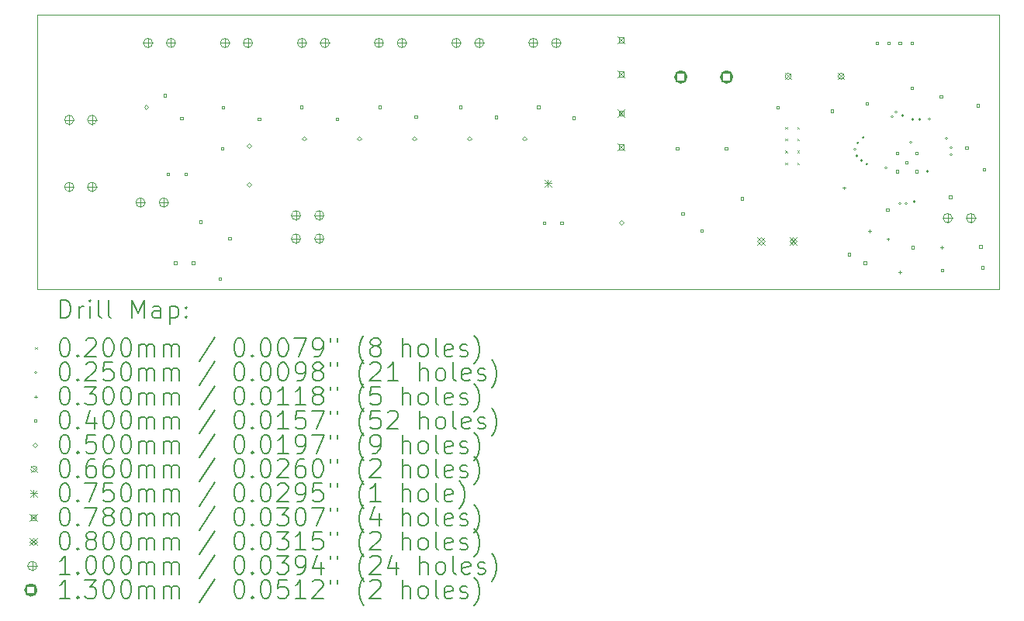
<source format=gbr>
%FSLAX45Y45*%
G04 Gerber Fmt 4.5, Leading zero omitted, Abs format (unit mm)*
G04 Created by KiCad (PCBNEW (6.0.6)) date 2022-10-08 15:01:54*
%MOMM*%
%LPD*%
G01*
G04 APERTURE LIST*
%TA.AperFunction,Profile*%
%ADD10C,0.050000*%
%TD*%
%ADD11C,0.200000*%
%ADD12C,0.020000*%
%ADD13C,0.025000*%
%ADD14C,0.030000*%
%ADD15C,0.040000*%
%ADD16C,0.050000*%
%ADD17C,0.066040*%
%ADD18C,0.075000*%
%ADD19C,0.078000*%
%ADD20C,0.080000*%
%ADD21C,0.100000*%
%ADD22C,0.130000*%
G04 APERTURE END LIST*
D10*
X8804500Y-7749500D02*
X8804500Y-10749500D01*
X19304500Y-7750000D02*
X8804500Y-7749500D01*
X8804500Y-10749500D02*
X19304500Y-10749500D01*
X19304500Y-10749500D02*
X19304500Y-7749500D01*
D11*
D12*
X16969000Y-8975000D02*
X16989000Y-8995000D01*
X16989000Y-8975000D02*
X16969000Y-8995000D01*
X16969000Y-9105000D02*
X16989000Y-9125000D01*
X16989000Y-9105000D02*
X16969000Y-9125000D01*
X16969000Y-9235000D02*
X16989000Y-9255000D01*
X16989000Y-9235000D02*
X16969000Y-9255000D01*
X16969000Y-9365000D02*
X16989000Y-9385000D01*
X16989000Y-9365000D02*
X16969000Y-9385000D01*
X17099000Y-8975000D02*
X17119000Y-8995000D01*
X17119000Y-8975000D02*
X17099000Y-8995000D01*
X17099000Y-9105000D02*
X17119000Y-9125000D01*
X17119000Y-9105000D02*
X17099000Y-9125000D01*
X17099000Y-9235000D02*
X17119000Y-9255000D01*
X17119000Y-9235000D02*
X17099000Y-9255000D01*
X17099000Y-9365000D02*
X17119000Y-9385000D01*
X17119000Y-9365000D02*
X17099000Y-9385000D01*
D13*
X17742500Y-9220000D02*
G75*
G03*
X17742500Y-9220000I-12500J0D01*
G01*
X17762500Y-9290000D02*
G75*
G03*
X17762500Y-9290000I-12500J0D01*
G01*
X17772500Y-9150000D02*
G75*
G03*
X17772500Y-9150000I-12500J0D01*
G01*
X17812500Y-9340000D02*
G75*
G03*
X17812500Y-9340000I-12500J0D01*
G01*
X17832500Y-9090000D02*
G75*
G03*
X17832500Y-9090000I-12500J0D01*
G01*
X17872500Y-9380000D02*
G75*
G03*
X17872500Y-9380000I-12500J0D01*
G01*
X18082500Y-9420000D02*
G75*
G03*
X18082500Y-9420000I-12500J0D01*
G01*
X18149685Y-8865317D02*
G75*
G03*
X18149685Y-8865317I-12500J0D01*
G01*
X18192500Y-8810000D02*
G75*
G03*
X18192500Y-8810000I-12500J0D01*
G01*
X18232500Y-9810000D02*
G75*
G03*
X18232500Y-9810000I-12500J0D01*
G01*
X18263700Y-8850096D02*
G75*
G03*
X18263700Y-8850096I-12500J0D01*
G01*
X18302500Y-9810000D02*
G75*
G03*
X18302500Y-9810000I-12500J0D01*
G01*
X18352500Y-9140000D02*
G75*
G03*
X18352500Y-9140000I-12500J0D01*
G01*
X18374588Y-8892088D02*
G75*
G03*
X18374588Y-8892088I-12500J0D01*
G01*
X18392238Y-9791105D02*
G75*
G03*
X18392238Y-9791105I-12500J0D01*
G01*
X18450152Y-8894049D02*
G75*
G03*
X18450152Y-8894049I-12500J0D01*
G01*
X18532500Y-9460000D02*
G75*
G03*
X18532500Y-9460000I-12500J0D01*
G01*
X18552500Y-8887550D02*
G75*
G03*
X18552500Y-8887550I-12500J0D01*
G01*
X18742500Y-9100000D02*
G75*
G03*
X18742500Y-9100000I-12500J0D01*
G01*
X18792500Y-9200000D02*
G75*
G03*
X18792500Y-9200000I-12500J0D01*
G01*
X18792500Y-9280000D02*
G75*
G03*
X18792500Y-9280000I-12500J0D01*
G01*
D14*
X17610000Y-9625000D02*
X17610000Y-9655000D01*
X17595000Y-9640000D02*
X17625000Y-9640000D01*
X17890000Y-10095000D02*
X17890000Y-10125000D01*
X17875000Y-10110000D02*
X17905000Y-10110000D01*
X18090000Y-10185000D02*
X18090000Y-10215000D01*
X18075000Y-10200000D02*
X18105000Y-10200000D01*
X18220000Y-10545000D02*
X18220000Y-10575000D01*
X18205000Y-10560000D02*
X18235000Y-10560000D01*
X18680000Y-10275000D02*
X18680000Y-10305000D01*
X18665000Y-10290000D02*
X18695000Y-10290000D01*
D15*
X10214142Y-8644142D02*
X10214142Y-8615858D01*
X10185858Y-8615858D01*
X10185858Y-8644142D01*
X10214142Y-8644142D01*
X10245402Y-9502882D02*
X10245402Y-9474598D01*
X10217118Y-9474598D01*
X10217118Y-9502882D01*
X10245402Y-9502882D01*
X10326652Y-10472882D02*
X10326652Y-10444598D01*
X10298368Y-10444598D01*
X10298368Y-10472882D01*
X10326652Y-10472882D01*
X10395392Y-8895392D02*
X10395392Y-8867108D01*
X10367108Y-8867108D01*
X10367108Y-8895392D01*
X10395392Y-8895392D01*
X10439142Y-9504142D02*
X10439142Y-9475858D01*
X10410858Y-9475858D01*
X10410858Y-9504142D01*
X10439142Y-9504142D01*
X10520392Y-10474142D02*
X10520392Y-10445858D01*
X10492108Y-10445858D01*
X10492108Y-10474142D01*
X10520392Y-10474142D01*
X10604142Y-10024142D02*
X10604142Y-9995858D01*
X10575858Y-9995858D01*
X10575858Y-10024142D01*
X10604142Y-10024142D01*
X10814142Y-10644142D02*
X10814142Y-10615858D01*
X10785858Y-10615858D01*
X10785858Y-10644142D01*
X10814142Y-10644142D01*
X10837892Y-9224142D02*
X10837892Y-9195858D01*
X10809608Y-9195858D01*
X10809608Y-9224142D01*
X10837892Y-9224142D01*
X10850392Y-8772892D02*
X10850392Y-8744608D01*
X10822108Y-8744608D01*
X10822108Y-8772892D01*
X10850392Y-8772892D01*
X10919142Y-10207892D02*
X10919142Y-10179608D01*
X10890858Y-10179608D01*
X10890858Y-10207892D01*
X10919142Y-10207892D01*
X11240392Y-8904142D02*
X11240392Y-8875858D01*
X11212108Y-8875858D01*
X11212108Y-8904142D01*
X11240392Y-8904142D01*
X11700392Y-8772433D02*
X11700392Y-8744148D01*
X11672108Y-8744148D01*
X11672108Y-8772433D01*
X11700392Y-8772433D01*
X12090392Y-8904142D02*
X12090392Y-8875858D01*
X12062108Y-8875858D01*
X12062108Y-8904142D01*
X12090392Y-8904142D01*
X12560392Y-8771277D02*
X12560392Y-8742993D01*
X12532108Y-8742993D01*
X12532108Y-8771277D01*
X12560392Y-8771277D01*
X12950392Y-8874142D02*
X12950392Y-8845858D01*
X12922108Y-8845858D01*
X12922108Y-8874142D01*
X12950392Y-8874142D01*
X13440392Y-8771277D02*
X13440392Y-8742993D01*
X13412108Y-8742993D01*
X13412108Y-8771277D01*
X13440392Y-8771277D01*
X13825392Y-8880392D02*
X13825392Y-8852108D01*
X13797108Y-8852108D01*
X13797108Y-8880392D01*
X13825392Y-8880392D01*
X14290392Y-8771277D02*
X14290392Y-8742993D01*
X14262108Y-8742993D01*
X14262108Y-8771277D01*
X14290392Y-8771277D01*
X14354142Y-10034142D02*
X14354142Y-10005858D01*
X14325858Y-10005858D01*
X14325858Y-10034142D01*
X14354142Y-10034142D01*
X14544142Y-10034142D02*
X14544142Y-10005858D01*
X14515858Y-10005858D01*
X14515858Y-10034142D01*
X14544142Y-10034142D01*
X14675392Y-8890392D02*
X14675392Y-8862108D01*
X14647108Y-8862108D01*
X14647108Y-8890392D01*
X14675392Y-8890392D01*
X15804142Y-9224142D02*
X15804142Y-9195858D01*
X15775858Y-9195858D01*
X15775858Y-9224142D01*
X15804142Y-9224142D01*
X15864142Y-9934142D02*
X15864142Y-9905858D01*
X15835858Y-9905858D01*
X15835858Y-9934142D01*
X15864142Y-9934142D01*
X16074142Y-10124142D02*
X16074142Y-10095858D01*
X16045858Y-10095858D01*
X16045858Y-10124142D01*
X16074142Y-10124142D01*
X16338642Y-9223642D02*
X16338642Y-9195358D01*
X16310358Y-9195358D01*
X16310358Y-9223642D01*
X16338642Y-9223642D01*
X16514142Y-9769142D02*
X16514142Y-9740858D01*
X16485858Y-9740858D01*
X16485858Y-9769142D01*
X16514142Y-9769142D01*
X16901642Y-8774142D02*
X16901642Y-8745858D01*
X16873358Y-8745858D01*
X16873358Y-8774142D01*
X16901642Y-8774142D01*
X17494142Y-8814142D02*
X17494142Y-8785858D01*
X17465858Y-8785858D01*
X17465858Y-8814142D01*
X17494142Y-8814142D01*
X17679142Y-10379142D02*
X17679142Y-10350858D01*
X17650858Y-10350858D01*
X17650858Y-10379142D01*
X17679142Y-10379142D01*
X17854142Y-10474142D02*
X17854142Y-10445858D01*
X17825858Y-10445858D01*
X17825858Y-10474142D01*
X17854142Y-10474142D01*
X17874142Y-8734142D02*
X17874142Y-8705858D01*
X17845858Y-8705858D01*
X17845858Y-8734142D01*
X17874142Y-8734142D01*
X17984142Y-8074142D02*
X17984142Y-8045858D01*
X17955858Y-8045858D01*
X17955858Y-8074142D01*
X17984142Y-8074142D01*
X18099142Y-9894142D02*
X18099142Y-9865858D01*
X18070858Y-9865858D01*
X18070858Y-9894142D01*
X18099142Y-9894142D01*
X18114142Y-8074142D02*
X18114142Y-8045858D01*
X18085858Y-8045858D01*
X18085858Y-8074142D01*
X18114142Y-8074142D01*
X18205892Y-9274642D02*
X18205892Y-9246358D01*
X18177608Y-9246358D01*
X18177608Y-9274642D01*
X18205892Y-9274642D01*
X18205892Y-9474642D02*
X18205892Y-9446358D01*
X18177608Y-9446358D01*
X18177608Y-9474642D01*
X18205892Y-9474642D01*
X18234142Y-8074142D02*
X18234142Y-8045858D01*
X18205858Y-8045858D01*
X18205858Y-8074142D01*
X18234142Y-8074142D01*
X18305892Y-9374142D02*
X18305892Y-9345858D01*
X18277608Y-9345858D01*
X18277608Y-9374142D01*
X18305892Y-9374142D01*
X18364142Y-8074142D02*
X18364142Y-8045858D01*
X18335858Y-8045858D01*
X18335858Y-8074142D01*
X18364142Y-8074142D01*
X18364142Y-8564142D02*
X18364142Y-8535858D01*
X18335858Y-8535858D01*
X18335858Y-8564142D01*
X18364142Y-8564142D01*
X18374142Y-10304142D02*
X18374142Y-10275858D01*
X18345858Y-10275858D01*
X18345858Y-10304142D01*
X18374142Y-10304142D01*
X18415892Y-9274642D02*
X18415892Y-9246358D01*
X18387608Y-9246358D01*
X18387608Y-9274642D01*
X18415892Y-9274642D01*
X18415892Y-9474642D02*
X18415892Y-9446358D01*
X18387608Y-9446358D01*
X18387608Y-9474642D01*
X18415892Y-9474642D01*
X18684142Y-8654142D02*
X18684142Y-8625858D01*
X18655858Y-8625858D01*
X18655858Y-8654142D01*
X18684142Y-8654142D01*
X18694142Y-10554142D02*
X18694142Y-10525858D01*
X18665858Y-10525858D01*
X18665858Y-10554142D01*
X18694142Y-10554142D01*
X18784142Y-9754142D02*
X18784142Y-9725858D01*
X18755858Y-9725858D01*
X18755858Y-9754142D01*
X18784142Y-9754142D01*
X18964142Y-9214142D02*
X18964142Y-9185858D01*
X18935858Y-9185858D01*
X18935858Y-9214142D01*
X18964142Y-9214142D01*
X19084142Y-8754142D02*
X19084142Y-8725858D01*
X19055858Y-8725858D01*
X19055858Y-8754142D01*
X19084142Y-8754142D01*
X19114142Y-10294142D02*
X19114142Y-10265858D01*
X19085858Y-10265858D01*
X19085858Y-10294142D01*
X19114142Y-10294142D01*
X19135392Y-10524142D02*
X19135392Y-10495858D01*
X19107108Y-10495858D01*
X19107108Y-10524142D01*
X19135392Y-10524142D01*
X19154142Y-9454142D02*
X19154142Y-9425858D01*
X19125858Y-9425858D01*
X19125858Y-9454142D01*
X19154142Y-9454142D01*
D16*
X9995000Y-8780000D02*
X10020000Y-8755000D01*
X9995000Y-8730000D01*
X9970000Y-8755000D01*
X9995000Y-8780000D01*
X11120000Y-9205000D02*
X11145000Y-9180000D01*
X11120000Y-9155000D01*
X11095000Y-9180000D01*
X11120000Y-9205000D01*
X11120000Y-9625000D02*
X11145000Y-9600000D01*
X11120000Y-9575000D01*
X11095000Y-9600000D01*
X11120000Y-9625000D01*
X11720000Y-9125000D02*
X11745000Y-9100000D01*
X11720000Y-9075000D01*
X11695000Y-9100000D01*
X11720000Y-9125000D01*
X12320000Y-9125000D02*
X12345000Y-9100000D01*
X12320000Y-9075000D01*
X12295000Y-9100000D01*
X12320000Y-9125000D01*
X12920000Y-9125000D02*
X12945000Y-9100000D01*
X12920000Y-9075000D01*
X12895000Y-9100000D01*
X12920000Y-9125000D01*
X13520000Y-9125000D02*
X13545000Y-9100000D01*
X13520000Y-9075000D01*
X13495000Y-9100000D01*
X13520000Y-9125000D01*
X14120000Y-9125000D02*
X14145000Y-9100000D01*
X14120000Y-9075000D01*
X14095000Y-9100000D01*
X14120000Y-9125000D01*
X15180000Y-10045000D02*
X15205000Y-10020000D01*
X15180000Y-9995000D01*
X15155000Y-10020000D01*
X15180000Y-10045000D01*
D17*
X16967980Y-8388060D02*
X17034020Y-8454100D01*
X17034020Y-8388060D02*
X16967980Y-8454100D01*
X17034020Y-8421080D02*
G75*
G03*
X17034020Y-8421080I-33020J0D01*
G01*
X17545980Y-8388060D02*
X17612020Y-8454100D01*
X17612020Y-8388060D02*
X17545980Y-8454100D01*
X17612020Y-8421080D02*
G75*
G03*
X17612020Y-8421080I-33020J0D01*
G01*
D18*
X14342500Y-9552500D02*
X14417500Y-9627500D01*
X14417500Y-9552500D02*
X14342500Y-9627500D01*
X14380000Y-9552500D02*
X14380000Y-9627500D01*
X14342500Y-9590000D02*
X14417500Y-9590000D01*
D19*
X15141000Y-7986000D02*
X15219000Y-8064000D01*
X15219000Y-7986000D02*
X15141000Y-8064000D01*
X15207577Y-8052577D02*
X15207577Y-7997423D01*
X15152423Y-7997423D01*
X15152423Y-8052577D01*
X15207577Y-8052577D01*
X15141000Y-8356000D02*
X15219000Y-8434000D01*
X15219000Y-8356000D02*
X15141000Y-8434000D01*
X15207577Y-8422577D02*
X15207577Y-8367423D01*
X15152423Y-8367423D01*
X15152423Y-8422577D01*
X15207577Y-8422577D01*
X15141000Y-8786000D02*
X15219000Y-8864000D01*
X15219000Y-8786000D02*
X15141000Y-8864000D01*
X15207577Y-8852577D02*
X15207577Y-8797423D01*
X15152423Y-8797423D01*
X15152423Y-8852577D01*
X15207577Y-8852577D01*
X15141000Y-9156000D02*
X15219000Y-9234000D01*
X15219000Y-9156000D02*
X15141000Y-9234000D01*
X15207577Y-9222577D02*
X15207577Y-9167423D01*
X15152423Y-9167423D01*
X15152423Y-9222577D01*
X15207577Y-9222577D01*
D20*
X16664735Y-10180000D02*
X16744735Y-10260000D01*
X16744735Y-10180000D02*
X16664735Y-10260000D01*
X16704735Y-10260000D02*
X16744735Y-10220000D01*
X16704735Y-10180000D01*
X16664735Y-10220000D01*
X16704735Y-10260000D01*
X17014735Y-10180000D02*
X17094735Y-10260000D01*
X17094735Y-10180000D02*
X17014735Y-10260000D01*
X17054735Y-10260000D02*
X17094735Y-10220000D01*
X17054735Y-10180000D01*
X17014735Y-10220000D01*
X17054735Y-10260000D01*
D21*
X9154500Y-8847500D02*
X9154500Y-8947500D01*
X9104500Y-8897500D02*
X9204500Y-8897500D01*
X9204500Y-8897500D02*
G75*
G03*
X9204500Y-8897500I-50000J0D01*
G01*
X9154500Y-9579500D02*
X9154500Y-9679500D01*
X9104500Y-9629500D02*
X9204500Y-9629500D01*
X9204500Y-9629500D02*
G75*
G03*
X9204500Y-9629500I-50000J0D01*
G01*
X9404500Y-8847500D02*
X9404500Y-8947500D01*
X9354500Y-8897500D02*
X9454500Y-8897500D01*
X9454500Y-8897500D02*
G75*
G03*
X9454500Y-8897500I-50000J0D01*
G01*
X9404500Y-9579500D02*
X9404500Y-9679500D01*
X9354500Y-9629500D02*
X9454500Y-9629500D01*
X9454500Y-9629500D02*
G75*
G03*
X9454500Y-9629500I-50000J0D01*
G01*
X9932500Y-9750000D02*
X9932500Y-9850000D01*
X9882500Y-9800000D02*
X9982500Y-9800000D01*
X9982500Y-9800000D02*
G75*
G03*
X9982500Y-9800000I-50000J0D01*
G01*
X10015000Y-8007500D02*
X10015000Y-8107500D01*
X9965000Y-8057500D02*
X10065000Y-8057500D01*
X10065000Y-8057500D02*
G75*
G03*
X10065000Y-8057500I-50000J0D01*
G01*
X10186500Y-9750000D02*
X10186500Y-9850000D01*
X10136500Y-9800000D02*
X10236500Y-9800000D01*
X10236500Y-9800000D02*
G75*
G03*
X10236500Y-9800000I-50000J0D01*
G01*
X10265000Y-8007500D02*
X10265000Y-8107500D01*
X10215000Y-8057500D02*
X10315000Y-8057500D01*
X10315000Y-8057500D02*
G75*
G03*
X10315000Y-8057500I-50000J0D01*
G01*
X10855000Y-8007500D02*
X10855000Y-8107500D01*
X10805000Y-8057500D02*
X10905000Y-8057500D01*
X10905000Y-8057500D02*
G75*
G03*
X10905000Y-8057500I-50000J0D01*
G01*
X11105000Y-8007500D02*
X11105000Y-8107500D01*
X11055000Y-8057500D02*
X11155000Y-8057500D01*
X11155000Y-8057500D02*
G75*
G03*
X11155000Y-8057500I-50000J0D01*
G01*
X11630000Y-9890000D02*
X11630000Y-9990000D01*
X11580000Y-9940000D02*
X11680000Y-9940000D01*
X11680000Y-9940000D02*
G75*
G03*
X11680000Y-9940000I-50000J0D01*
G01*
X11630000Y-10144000D02*
X11630000Y-10244000D01*
X11580000Y-10194000D02*
X11680000Y-10194000D01*
X11680000Y-10194000D02*
G75*
G03*
X11680000Y-10194000I-50000J0D01*
G01*
X11695000Y-8007500D02*
X11695000Y-8107500D01*
X11645000Y-8057500D02*
X11745000Y-8057500D01*
X11745000Y-8057500D02*
G75*
G03*
X11745000Y-8057500I-50000J0D01*
G01*
X11884000Y-9890000D02*
X11884000Y-9990000D01*
X11834000Y-9940000D02*
X11934000Y-9940000D01*
X11934000Y-9940000D02*
G75*
G03*
X11934000Y-9940000I-50000J0D01*
G01*
X11884000Y-10144000D02*
X11884000Y-10244000D01*
X11834000Y-10194000D02*
X11934000Y-10194000D01*
X11934000Y-10194000D02*
G75*
G03*
X11934000Y-10194000I-50000J0D01*
G01*
X11945000Y-8007500D02*
X11945000Y-8107500D01*
X11895000Y-8057500D02*
X11995000Y-8057500D01*
X11995000Y-8057500D02*
G75*
G03*
X11995000Y-8057500I-50000J0D01*
G01*
X12535000Y-8007500D02*
X12535000Y-8107500D01*
X12485000Y-8057500D02*
X12585000Y-8057500D01*
X12585000Y-8057500D02*
G75*
G03*
X12585000Y-8057500I-50000J0D01*
G01*
X12785000Y-8007500D02*
X12785000Y-8107500D01*
X12735000Y-8057500D02*
X12835000Y-8057500D01*
X12835000Y-8057500D02*
G75*
G03*
X12835000Y-8057500I-50000J0D01*
G01*
X13380000Y-8007500D02*
X13380000Y-8107500D01*
X13330000Y-8057500D02*
X13430000Y-8057500D01*
X13430000Y-8057500D02*
G75*
G03*
X13430000Y-8057500I-50000J0D01*
G01*
X13630000Y-8007500D02*
X13630000Y-8107500D01*
X13580000Y-8057500D02*
X13680000Y-8057500D01*
X13680000Y-8057500D02*
G75*
G03*
X13680000Y-8057500I-50000J0D01*
G01*
X14220000Y-8007500D02*
X14220000Y-8107500D01*
X14170000Y-8057500D02*
X14270000Y-8057500D01*
X14270000Y-8057500D02*
G75*
G03*
X14270000Y-8057500I-50000J0D01*
G01*
X14470000Y-8007500D02*
X14470000Y-8107500D01*
X14420000Y-8057500D02*
X14520000Y-8057500D01*
X14520000Y-8057500D02*
G75*
G03*
X14520000Y-8057500I-50000J0D01*
G01*
X18742500Y-9920000D02*
X18742500Y-10020000D01*
X18692500Y-9970000D02*
X18792500Y-9970000D01*
X18792500Y-9970000D02*
G75*
G03*
X18792500Y-9970000I-50000J0D01*
G01*
X18996500Y-9920000D02*
X18996500Y-10020000D01*
X18946500Y-9970000D02*
X19046500Y-9970000D01*
X19046500Y-9970000D02*
G75*
G03*
X19046500Y-9970000I-50000J0D01*
G01*
D22*
X15875962Y-8475462D02*
X15875962Y-8383538D01*
X15784038Y-8383538D01*
X15784038Y-8475462D01*
X15875962Y-8475462D01*
X15895000Y-8429500D02*
G75*
G03*
X15895000Y-8429500I-65000J0D01*
G01*
X16375962Y-8475462D02*
X16375962Y-8383538D01*
X16284038Y-8383538D01*
X16284038Y-8475462D01*
X16375962Y-8475462D01*
X16395000Y-8429500D02*
G75*
G03*
X16395000Y-8429500I-65000J0D01*
G01*
D11*
X9059619Y-11062476D02*
X9059619Y-10862476D01*
X9107238Y-10862476D01*
X9135810Y-10872000D01*
X9154857Y-10891048D01*
X9164381Y-10910095D01*
X9173905Y-10948190D01*
X9173905Y-10976762D01*
X9164381Y-11014857D01*
X9154857Y-11033905D01*
X9135810Y-11052952D01*
X9107238Y-11062476D01*
X9059619Y-11062476D01*
X9259619Y-11062476D02*
X9259619Y-10929143D01*
X9259619Y-10967238D02*
X9269143Y-10948190D01*
X9278667Y-10938667D01*
X9297714Y-10929143D01*
X9316762Y-10929143D01*
X9383429Y-11062476D02*
X9383429Y-10929143D01*
X9383429Y-10862476D02*
X9373905Y-10872000D01*
X9383429Y-10881524D01*
X9392952Y-10872000D01*
X9383429Y-10862476D01*
X9383429Y-10881524D01*
X9507238Y-11062476D02*
X9488190Y-11052952D01*
X9478667Y-11033905D01*
X9478667Y-10862476D01*
X9612000Y-11062476D02*
X9592952Y-11052952D01*
X9583429Y-11033905D01*
X9583429Y-10862476D01*
X9840571Y-11062476D02*
X9840571Y-10862476D01*
X9907238Y-11005333D01*
X9973905Y-10862476D01*
X9973905Y-11062476D01*
X10154857Y-11062476D02*
X10154857Y-10957714D01*
X10145333Y-10938667D01*
X10126286Y-10929143D01*
X10088190Y-10929143D01*
X10069143Y-10938667D01*
X10154857Y-11052952D02*
X10135810Y-11062476D01*
X10088190Y-11062476D01*
X10069143Y-11052952D01*
X10059619Y-11033905D01*
X10059619Y-11014857D01*
X10069143Y-10995810D01*
X10088190Y-10986286D01*
X10135810Y-10986286D01*
X10154857Y-10976762D01*
X10250095Y-10929143D02*
X10250095Y-11129143D01*
X10250095Y-10938667D02*
X10269143Y-10929143D01*
X10307238Y-10929143D01*
X10326286Y-10938667D01*
X10335810Y-10948190D01*
X10345333Y-10967238D01*
X10345333Y-11024381D01*
X10335810Y-11043429D01*
X10326286Y-11052952D01*
X10307238Y-11062476D01*
X10269143Y-11062476D01*
X10250095Y-11052952D01*
X10431048Y-11043429D02*
X10440571Y-11052952D01*
X10431048Y-11062476D01*
X10421524Y-11052952D01*
X10431048Y-11043429D01*
X10431048Y-11062476D01*
X10431048Y-10938667D02*
X10440571Y-10948190D01*
X10431048Y-10957714D01*
X10421524Y-10948190D01*
X10431048Y-10938667D01*
X10431048Y-10957714D01*
D12*
X8782000Y-11382000D02*
X8802000Y-11402000D01*
X8802000Y-11382000D02*
X8782000Y-11402000D01*
D11*
X9097714Y-11282476D02*
X9116762Y-11282476D01*
X9135810Y-11292000D01*
X9145333Y-11301524D01*
X9154857Y-11320571D01*
X9164381Y-11358667D01*
X9164381Y-11406286D01*
X9154857Y-11444381D01*
X9145333Y-11463428D01*
X9135810Y-11472952D01*
X9116762Y-11482476D01*
X9097714Y-11482476D01*
X9078667Y-11472952D01*
X9069143Y-11463428D01*
X9059619Y-11444381D01*
X9050095Y-11406286D01*
X9050095Y-11358667D01*
X9059619Y-11320571D01*
X9069143Y-11301524D01*
X9078667Y-11292000D01*
X9097714Y-11282476D01*
X9250095Y-11463428D02*
X9259619Y-11472952D01*
X9250095Y-11482476D01*
X9240571Y-11472952D01*
X9250095Y-11463428D01*
X9250095Y-11482476D01*
X9335810Y-11301524D02*
X9345333Y-11292000D01*
X9364381Y-11282476D01*
X9412000Y-11282476D01*
X9431048Y-11292000D01*
X9440571Y-11301524D01*
X9450095Y-11320571D01*
X9450095Y-11339619D01*
X9440571Y-11368190D01*
X9326286Y-11482476D01*
X9450095Y-11482476D01*
X9573905Y-11282476D02*
X9592952Y-11282476D01*
X9612000Y-11292000D01*
X9621524Y-11301524D01*
X9631048Y-11320571D01*
X9640571Y-11358667D01*
X9640571Y-11406286D01*
X9631048Y-11444381D01*
X9621524Y-11463428D01*
X9612000Y-11472952D01*
X9592952Y-11482476D01*
X9573905Y-11482476D01*
X9554857Y-11472952D01*
X9545333Y-11463428D01*
X9535810Y-11444381D01*
X9526286Y-11406286D01*
X9526286Y-11358667D01*
X9535810Y-11320571D01*
X9545333Y-11301524D01*
X9554857Y-11292000D01*
X9573905Y-11282476D01*
X9764381Y-11282476D02*
X9783429Y-11282476D01*
X9802476Y-11292000D01*
X9812000Y-11301524D01*
X9821524Y-11320571D01*
X9831048Y-11358667D01*
X9831048Y-11406286D01*
X9821524Y-11444381D01*
X9812000Y-11463428D01*
X9802476Y-11472952D01*
X9783429Y-11482476D01*
X9764381Y-11482476D01*
X9745333Y-11472952D01*
X9735810Y-11463428D01*
X9726286Y-11444381D01*
X9716762Y-11406286D01*
X9716762Y-11358667D01*
X9726286Y-11320571D01*
X9735810Y-11301524D01*
X9745333Y-11292000D01*
X9764381Y-11282476D01*
X9916762Y-11482476D02*
X9916762Y-11349143D01*
X9916762Y-11368190D02*
X9926286Y-11358667D01*
X9945333Y-11349143D01*
X9973905Y-11349143D01*
X9992952Y-11358667D01*
X10002476Y-11377714D01*
X10002476Y-11482476D01*
X10002476Y-11377714D02*
X10012000Y-11358667D01*
X10031048Y-11349143D01*
X10059619Y-11349143D01*
X10078667Y-11358667D01*
X10088190Y-11377714D01*
X10088190Y-11482476D01*
X10183429Y-11482476D02*
X10183429Y-11349143D01*
X10183429Y-11368190D02*
X10192952Y-11358667D01*
X10212000Y-11349143D01*
X10240571Y-11349143D01*
X10259619Y-11358667D01*
X10269143Y-11377714D01*
X10269143Y-11482476D01*
X10269143Y-11377714D02*
X10278667Y-11358667D01*
X10297714Y-11349143D01*
X10326286Y-11349143D01*
X10345333Y-11358667D01*
X10354857Y-11377714D01*
X10354857Y-11482476D01*
X10745333Y-11272952D02*
X10573905Y-11530095D01*
X11002476Y-11282476D02*
X11021524Y-11282476D01*
X11040571Y-11292000D01*
X11050095Y-11301524D01*
X11059619Y-11320571D01*
X11069143Y-11358667D01*
X11069143Y-11406286D01*
X11059619Y-11444381D01*
X11050095Y-11463428D01*
X11040571Y-11472952D01*
X11021524Y-11482476D01*
X11002476Y-11482476D01*
X10983429Y-11472952D01*
X10973905Y-11463428D01*
X10964381Y-11444381D01*
X10954857Y-11406286D01*
X10954857Y-11358667D01*
X10964381Y-11320571D01*
X10973905Y-11301524D01*
X10983429Y-11292000D01*
X11002476Y-11282476D01*
X11154857Y-11463428D02*
X11164381Y-11472952D01*
X11154857Y-11482476D01*
X11145333Y-11472952D01*
X11154857Y-11463428D01*
X11154857Y-11482476D01*
X11288190Y-11282476D02*
X11307238Y-11282476D01*
X11326286Y-11292000D01*
X11335809Y-11301524D01*
X11345333Y-11320571D01*
X11354857Y-11358667D01*
X11354857Y-11406286D01*
X11345333Y-11444381D01*
X11335809Y-11463428D01*
X11326286Y-11472952D01*
X11307238Y-11482476D01*
X11288190Y-11482476D01*
X11269143Y-11472952D01*
X11259619Y-11463428D01*
X11250095Y-11444381D01*
X11240571Y-11406286D01*
X11240571Y-11358667D01*
X11250095Y-11320571D01*
X11259619Y-11301524D01*
X11269143Y-11292000D01*
X11288190Y-11282476D01*
X11478667Y-11282476D02*
X11497714Y-11282476D01*
X11516762Y-11292000D01*
X11526286Y-11301524D01*
X11535809Y-11320571D01*
X11545333Y-11358667D01*
X11545333Y-11406286D01*
X11535809Y-11444381D01*
X11526286Y-11463428D01*
X11516762Y-11472952D01*
X11497714Y-11482476D01*
X11478667Y-11482476D01*
X11459619Y-11472952D01*
X11450095Y-11463428D01*
X11440571Y-11444381D01*
X11431048Y-11406286D01*
X11431048Y-11358667D01*
X11440571Y-11320571D01*
X11450095Y-11301524D01*
X11459619Y-11292000D01*
X11478667Y-11282476D01*
X11612000Y-11282476D02*
X11745333Y-11282476D01*
X11659619Y-11482476D01*
X11831048Y-11482476D02*
X11869143Y-11482476D01*
X11888190Y-11472952D01*
X11897714Y-11463428D01*
X11916762Y-11434857D01*
X11926286Y-11396762D01*
X11926286Y-11320571D01*
X11916762Y-11301524D01*
X11907238Y-11292000D01*
X11888190Y-11282476D01*
X11850095Y-11282476D01*
X11831048Y-11292000D01*
X11821524Y-11301524D01*
X11812000Y-11320571D01*
X11812000Y-11368190D01*
X11821524Y-11387238D01*
X11831048Y-11396762D01*
X11850095Y-11406286D01*
X11888190Y-11406286D01*
X11907238Y-11396762D01*
X11916762Y-11387238D01*
X11926286Y-11368190D01*
X12002476Y-11282476D02*
X12002476Y-11320571D01*
X12078667Y-11282476D02*
X12078667Y-11320571D01*
X12373905Y-11558667D02*
X12364381Y-11549143D01*
X12345333Y-11520571D01*
X12335809Y-11501524D01*
X12326286Y-11472952D01*
X12316762Y-11425333D01*
X12316762Y-11387238D01*
X12326286Y-11339619D01*
X12335809Y-11311048D01*
X12345333Y-11292000D01*
X12364381Y-11263428D01*
X12373905Y-11253905D01*
X12478667Y-11368190D02*
X12459619Y-11358667D01*
X12450095Y-11349143D01*
X12440571Y-11330095D01*
X12440571Y-11320571D01*
X12450095Y-11301524D01*
X12459619Y-11292000D01*
X12478667Y-11282476D01*
X12516762Y-11282476D01*
X12535809Y-11292000D01*
X12545333Y-11301524D01*
X12554857Y-11320571D01*
X12554857Y-11330095D01*
X12545333Y-11349143D01*
X12535809Y-11358667D01*
X12516762Y-11368190D01*
X12478667Y-11368190D01*
X12459619Y-11377714D01*
X12450095Y-11387238D01*
X12440571Y-11406286D01*
X12440571Y-11444381D01*
X12450095Y-11463428D01*
X12459619Y-11472952D01*
X12478667Y-11482476D01*
X12516762Y-11482476D01*
X12535809Y-11472952D01*
X12545333Y-11463428D01*
X12554857Y-11444381D01*
X12554857Y-11406286D01*
X12545333Y-11387238D01*
X12535809Y-11377714D01*
X12516762Y-11368190D01*
X12792952Y-11482476D02*
X12792952Y-11282476D01*
X12878667Y-11482476D02*
X12878667Y-11377714D01*
X12869143Y-11358667D01*
X12850095Y-11349143D01*
X12821524Y-11349143D01*
X12802476Y-11358667D01*
X12792952Y-11368190D01*
X13002476Y-11482476D02*
X12983428Y-11472952D01*
X12973905Y-11463428D01*
X12964381Y-11444381D01*
X12964381Y-11387238D01*
X12973905Y-11368190D01*
X12983428Y-11358667D01*
X13002476Y-11349143D01*
X13031048Y-11349143D01*
X13050095Y-11358667D01*
X13059619Y-11368190D01*
X13069143Y-11387238D01*
X13069143Y-11444381D01*
X13059619Y-11463428D01*
X13050095Y-11472952D01*
X13031048Y-11482476D01*
X13002476Y-11482476D01*
X13183428Y-11482476D02*
X13164381Y-11472952D01*
X13154857Y-11453905D01*
X13154857Y-11282476D01*
X13335809Y-11472952D02*
X13316762Y-11482476D01*
X13278667Y-11482476D01*
X13259619Y-11472952D01*
X13250095Y-11453905D01*
X13250095Y-11377714D01*
X13259619Y-11358667D01*
X13278667Y-11349143D01*
X13316762Y-11349143D01*
X13335809Y-11358667D01*
X13345333Y-11377714D01*
X13345333Y-11396762D01*
X13250095Y-11415809D01*
X13421524Y-11472952D02*
X13440571Y-11482476D01*
X13478667Y-11482476D01*
X13497714Y-11472952D01*
X13507238Y-11453905D01*
X13507238Y-11444381D01*
X13497714Y-11425333D01*
X13478667Y-11415809D01*
X13450095Y-11415809D01*
X13431048Y-11406286D01*
X13421524Y-11387238D01*
X13421524Y-11377714D01*
X13431048Y-11358667D01*
X13450095Y-11349143D01*
X13478667Y-11349143D01*
X13497714Y-11358667D01*
X13573905Y-11558667D02*
X13583428Y-11549143D01*
X13602476Y-11520571D01*
X13612000Y-11501524D01*
X13621524Y-11472952D01*
X13631048Y-11425333D01*
X13631048Y-11387238D01*
X13621524Y-11339619D01*
X13612000Y-11311048D01*
X13602476Y-11292000D01*
X13583428Y-11263428D01*
X13573905Y-11253905D01*
D13*
X8802000Y-11656000D02*
G75*
G03*
X8802000Y-11656000I-12500J0D01*
G01*
D11*
X9097714Y-11546476D02*
X9116762Y-11546476D01*
X9135810Y-11556000D01*
X9145333Y-11565524D01*
X9154857Y-11584571D01*
X9164381Y-11622667D01*
X9164381Y-11670286D01*
X9154857Y-11708381D01*
X9145333Y-11727428D01*
X9135810Y-11736952D01*
X9116762Y-11746476D01*
X9097714Y-11746476D01*
X9078667Y-11736952D01*
X9069143Y-11727428D01*
X9059619Y-11708381D01*
X9050095Y-11670286D01*
X9050095Y-11622667D01*
X9059619Y-11584571D01*
X9069143Y-11565524D01*
X9078667Y-11556000D01*
X9097714Y-11546476D01*
X9250095Y-11727428D02*
X9259619Y-11736952D01*
X9250095Y-11746476D01*
X9240571Y-11736952D01*
X9250095Y-11727428D01*
X9250095Y-11746476D01*
X9335810Y-11565524D02*
X9345333Y-11556000D01*
X9364381Y-11546476D01*
X9412000Y-11546476D01*
X9431048Y-11556000D01*
X9440571Y-11565524D01*
X9450095Y-11584571D01*
X9450095Y-11603619D01*
X9440571Y-11632190D01*
X9326286Y-11746476D01*
X9450095Y-11746476D01*
X9631048Y-11546476D02*
X9535810Y-11546476D01*
X9526286Y-11641714D01*
X9535810Y-11632190D01*
X9554857Y-11622667D01*
X9602476Y-11622667D01*
X9621524Y-11632190D01*
X9631048Y-11641714D01*
X9640571Y-11660762D01*
X9640571Y-11708381D01*
X9631048Y-11727428D01*
X9621524Y-11736952D01*
X9602476Y-11746476D01*
X9554857Y-11746476D01*
X9535810Y-11736952D01*
X9526286Y-11727428D01*
X9764381Y-11546476D02*
X9783429Y-11546476D01*
X9802476Y-11556000D01*
X9812000Y-11565524D01*
X9821524Y-11584571D01*
X9831048Y-11622667D01*
X9831048Y-11670286D01*
X9821524Y-11708381D01*
X9812000Y-11727428D01*
X9802476Y-11736952D01*
X9783429Y-11746476D01*
X9764381Y-11746476D01*
X9745333Y-11736952D01*
X9735810Y-11727428D01*
X9726286Y-11708381D01*
X9716762Y-11670286D01*
X9716762Y-11622667D01*
X9726286Y-11584571D01*
X9735810Y-11565524D01*
X9745333Y-11556000D01*
X9764381Y-11546476D01*
X9916762Y-11746476D02*
X9916762Y-11613143D01*
X9916762Y-11632190D02*
X9926286Y-11622667D01*
X9945333Y-11613143D01*
X9973905Y-11613143D01*
X9992952Y-11622667D01*
X10002476Y-11641714D01*
X10002476Y-11746476D01*
X10002476Y-11641714D02*
X10012000Y-11622667D01*
X10031048Y-11613143D01*
X10059619Y-11613143D01*
X10078667Y-11622667D01*
X10088190Y-11641714D01*
X10088190Y-11746476D01*
X10183429Y-11746476D02*
X10183429Y-11613143D01*
X10183429Y-11632190D02*
X10192952Y-11622667D01*
X10212000Y-11613143D01*
X10240571Y-11613143D01*
X10259619Y-11622667D01*
X10269143Y-11641714D01*
X10269143Y-11746476D01*
X10269143Y-11641714D02*
X10278667Y-11622667D01*
X10297714Y-11613143D01*
X10326286Y-11613143D01*
X10345333Y-11622667D01*
X10354857Y-11641714D01*
X10354857Y-11746476D01*
X10745333Y-11536952D02*
X10573905Y-11794095D01*
X11002476Y-11546476D02*
X11021524Y-11546476D01*
X11040571Y-11556000D01*
X11050095Y-11565524D01*
X11059619Y-11584571D01*
X11069143Y-11622667D01*
X11069143Y-11670286D01*
X11059619Y-11708381D01*
X11050095Y-11727428D01*
X11040571Y-11736952D01*
X11021524Y-11746476D01*
X11002476Y-11746476D01*
X10983429Y-11736952D01*
X10973905Y-11727428D01*
X10964381Y-11708381D01*
X10954857Y-11670286D01*
X10954857Y-11622667D01*
X10964381Y-11584571D01*
X10973905Y-11565524D01*
X10983429Y-11556000D01*
X11002476Y-11546476D01*
X11154857Y-11727428D02*
X11164381Y-11736952D01*
X11154857Y-11746476D01*
X11145333Y-11736952D01*
X11154857Y-11727428D01*
X11154857Y-11746476D01*
X11288190Y-11546476D02*
X11307238Y-11546476D01*
X11326286Y-11556000D01*
X11335809Y-11565524D01*
X11345333Y-11584571D01*
X11354857Y-11622667D01*
X11354857Y-11670286D01*
X11345333Y-11708381D01*
X11335809Y-11727428D01*
X11326286Y-11736952D01*
X11307238Y-11746476D01*
X11288190Y-11746476D01*
X11269143Y-11736952D01*
X11259619Y-11727428D01*
X11250095Y-11708381D01*
X11240571Y-11670286D01*
X11240571Y-11622667D01*
X11250095Y-11584571D01*
X11259619Y-11565524D01*
X11269143Y-11556000D01*
X11288190Y-11546476D01*
X11478667Y-11546476D02*
X11497714Y-11546476D01*
X11516762Y-11556000D01*
X11526286Y-11565524D01*
X11535809Y-11584571D01*
X11545333Y-11622667D01*
X11545333Y-11670286D01*
X11535809Y-11708381D01*
X11526286Y-11727428D01*
X11516762Y-11736952D01*
X11497714Y-11746476D01*
X11478667Y-11746476D01*
X11459619Y-11736952D01*
X11450095Y-11727428D01*
X11440571Y-11708381D01*
X11431048Y-11670286D01*
X11431048Y-11622667D01*
X11440571Y-11584571D01*
X11450095Y-11565524D01*
X11459619Y-11556000D01*
X11478667Y-11546476D01*
X11640571Y-11746476D02*
X11678667Y-11746476D01*
X11697714Y-11736952D01*
X11707238Y-11727428D01*
X11726286Y-11698857D01*
X11735809Y-11660762D01*
X11735809Y-11584571D01*
X11726286Y-11565524D01*
X11716762Y-11556000D01*
X11697714Y-11546476D01*
X11659619Y-11546476D01*
X11640571Y-11556000D01*
X11631048Y-11565524D01*
X11621524Y-11584571D01*
X11621524Y-11632190D01*
X11631048Y-11651238D01*
X11640571Y-11660762D01*
X11659619Y-11670286D01*
X11697714Y-11670286D01*
X11716762Y-11660762D01*
X11726286Y-11651238D01*
X11735809Y-11632190D01*
X11850095Y-11632190D02*
X11831048Y-11622667D01*
X11821524Y-11613143D01*
X11812000Y-11594095D01*
X11812000Y-11584571D01*
X11821524Y-11565524D01*
X11831048Y-11556000D01*
X11850095Y-11546476D01*
X11888190Y-11546476D01*
X11907238Y-11556000D01*
X11916762Y-11565524D01*
X11926286Y-11584571D01*
X11926286Y-11594095D01*
X11916762Y-11613143D01*
X11907238Y-11622667D01*
X11888190Y-11632190D01*
X11850095Y-11632190D01*
X11831048Y-11641714D01*
X11821524Y-11651238D01*
X11812000Y-11670286D01*
X11812000Y-11708381D01*
X11821524Y-11727428D01*
X11831048Y-11736952D01*
X11850095Y-11746476D01*
X11888190Y-11746476D01*
X11907238Y-11736952D01*
X11916762Y-11727428D01*
X11926286Y-11708381D01*
X11926286Y-11670286D01*
X11916762Y-11651238D01*
X11907238Y-11641714D01*
X11888190Y-11632190D01*
X12002476Y-11546476D02*
X12002476Y-11584571D01*
X12078667Y-11546476D02*
X12078667Y-11584571D01*
X12373905Y-11822667D02*
X12364381Y-11813143D01*
X12345333Y-11784571D01*
X12335809Y-11765524D01*
X12326286Y-11736952D01*
X12316762Y-11689333D01*
X12316762Y-11651238D01*
X12326286Y-11603619D01*
X12335809Y-11575048D01*
X12345333Y-11556000D01*
X12364381Y-11527428D01*
X12373905Y-11517905D01*
X12440571Y-11565524D02*
X12450095Y-11556000D01*
X12469143Y-11546476D01*
X12516762Y-11546476D01*
X12535809Y-11556000D01*
X12545333Y-11565524D01*
X12554857Y-11584571D01*
X12554857Y-11603619D01*
X12545333Y-11632190D01*
X12431048Y-11746476D01*
X12554857Y-11746476D01*
X12745333Y-11746476D02*
X12631048Y-11746476D01*
X12688190Y-11746476D02*
X12688190Y-11546476D01*
X12669143Y-11575048D01*
X12650095Y-11594095D01*
X12631048Y-11603619D01*
X12983428Y-11746476D02*
X12983428Y-11546476D01*
X13069143Y-11746476D02*
X13069143Y-11641714D01*
X13059619Y-11622667D01*
X13040571Y-11613143D01*
X13012000Y-11613143D01*
X12992952Y-11622667D01*
X12983428Y-11632190D01*
X13192952Y-11746476D02*
X13173905Y-11736952D01*
X13164381Y-11727428D01*
X13154857Y-11708381D01*
X13154857Y-11651238D01*
X13164381Y-11632190D01*
X13173905Y-11622667D01*
X13192952Y-11613143D01*
X13221524Y-11613143D01*
X13240571Y-11622667D01*
X13250095Y-11632190D01*
X13259619Y-11651238D01*
X13259619Y-11708381D01*
X13250095Y-11727428D01*
X13240571Y-11736952D01*
X13221524Y-11746476D01*
X13192952Y-11746476D01*
X13373905Y-11746476D02*
X13354857Y-11736952D01*
X13345333Y-11717905D01*
X13345333Y-11546476D01*
X13526286Y-11736952D02*
X13507238Y-11746476D01*
X13469143Y-11746476D01*
X13450095Y-11736952D01*
X13440571Y-11717905D01*
X13440571Y-11641714D01*
X13450095Y-11622667D01*
X13469143Y-11613143D01*
X13507238Y-11613143D01*
X13526286Y-11622667D01*
X13535809Y-11641714D01*
X13535809Y-11660762D01*
X13440571Y-11679809D01*
X13612000Y-11736952D02*
X13631048Y-11746476D01*
X13669143Y-11746476D01*
X13688190Y-11736952D01*
X13697714Y-11717905D01*
X13697714Y-11708381D01*
X13688190Y-11689333D01*
X13669143Y-11679809D01*
X13640571Y-11679809D01*
X13621524Y-11670286D01*
X13612000Y-11651238D01*
X13612000Y-11641714D01*
X13621524Y-11622667D01*
X13640571Y-11613143D01*
X13669143Y-11613143D01*
X13688190Y-11622667D01*
X13764381Y-11822667D02*
X13773905Y-11813143D01*
X13792952Y-11784571D01*
X13802476Y-11765524D01*
X13812000Y-11736952D01*
X13821524Y-11689333D01*
X13821524Y-11651238D01*
X13812000Y-11603619D01*
X13802476Y-11575048D01*
X13792952Y-11556000D01*
X13773905Y-11527428D01*
X13764381Y-11517905D01*
D14*
X8787000Y-11905000D02*
X8787000Y-11935000D01*
X8772000Y-11920000D02*
X8802000Y-11920000D01*
D11*
X9097714Y-11810476D02*
X9116762Y-11810476D01*
X9135810Y-11820000D01*
X9145333Y-11829524D01*
X9154857Y-11848571D01*
X9164381Y-11886667D01*
X9164381Y-11934286D01*
X9154857Y-11972381D01*
X9145333Y-11991428D01*
X9135810Y-12000952D01*
X9116762Y-12010476D01*
X9097714Y-12010476D01*
X9078667Y-12000952D01*
X9069143Y-11991428D01*
X9059619Y-11972381D01*
X9050095Y-11934286D01*
X9050095Y-11886667D01*
X9059619Y-11848571D01*
X9069143Y-11829524D01*
X9078667Y-11820000D01*
X9097714Y-11810476D01*
X9250095Y-11991428D02*
X9259619Y-12000952D01*
X9250095Y-12010476D01*
X9240571Y-12000952D01*
X9250095Y-11991428D01*
X9250095Y-12010476D01*
X9326286Y-11810476D02*
X9450095Y-11810476D01*
X9383429Y-11886667D01*
X9412000Y-11886667D01*
X9431048Y-11896190D01*
X9440571Y-11905714D01*
X9450095Y-11924762D01*
X9450095Y-11972381D01*
X9440571Y-11991428D01*
X9431048Y-12000952D01*
X9412000Y-12010476D01*
X9354857Y-12010476D01*
X9335810Y-12000952D01*
X9326286Y-11991428D01*
X9573905Y-11810476D02*
X9592952Y-11810476D01*
X9612000Y-11820000D01*
X9621524Y-11829524D01*
X9631048Y-11848571D01*
X9640571Y-11886667D01*
X9640571Y-11934286D01*
X9631048Y-11972381D01*
X9621524Y-11991428D01*
X9612000Y-12000952D01*
X9592952Y-12010476D01*
X9573905Y-12010476D01*
X9554857Y-12000952D01*
X9545333Y-11991428D01*
X9535810Y-11972381D01*
X9526286Y-11934286D01*
X9526286Y-11886667D01*
X9535810Y-11848571D01*
X9545333Y-11829524D01*
X9554857Y-11820000D01*
X9573905Y-11810476D01*
X9764381Y-11810476D02*
X9783429Y-11810476D01*
X9802476Y-11820000D01*
X9812000Y-11829524D01*
X9821524Y-11848571D01*
X9831048Y-11886667D01*
X9831048Y-11934286D01*
X9821524Y-11972381D01*
X9812000Y-11991428D01*
X9802476Y-12000952D01*
X9783429Y-12010476D01*
X9764381Y-12010476D01*
X9745333Y-12000952D01*
X9735810Y-11991428D01*
X9726286Y-11972381D01*
X9716762Y-11934286D01*
X9716762Y-11886667D01*
X9726286Y-11848571D01*
X9735810Y-11829524D01*
X9745333Y-11820000D01*
X9764381Y-11810476D01*
X9916762Y-12010476D02*
X9916762Y-11877143D01*
X9916762Y-11896190D02*
X9926286Y-11886667D01*
X9945333Y-11877143D01*
X9973905Y-11877143D01*
X9992952Y-11886667D01*
X10002476Y-11905714D01*
X10002476Y-12010476D01*
X10002476Y-11905714D02*
X10012000Y-11886667D01*
X10031048Y-11877143D01*
X10059619Y-11877143D01*
X10078667Y-11886667D01*
X10088190Y-11905714D01*
X10088190Y-12010476D01*
X10183429Y-12010476D02*
X10183429Y-11877143D01*
X10183429Y-11896190D02*
X10192952Y-11886667D01*
X10212000Y-11877143D01*
X10240571Y-11877143D01*
X10259619Y-11886667D01*
X10269143Y-11905714D01*
X10269143Y-12010476D01*
X10269143Y-11905714D02*
X10278667Y-11886667D01*
X10297714Y-11877143D01*
X10326286Y-11877143D01*
X10345333Y-11886667D01*
X10354857Y-11905714D01*
X10354857Y-12010476D01*
X10745333Y-11800952D02*
X10573905Y-12058095D01*
X11002476Y-11810476D02*
X11021524Y-11810476D01*
X11040571Y-11820000D01*
X11050095Y-11829524D01*
X11059619Y-11848571D01*
X11069143Y-11886667D01*
X11069143Y-11934286D01*
X11059619Y-11972381D01*
X11050095Y-11991428D01*
X11040571Y-12000952D01*
X11021524Y-12010476D01*
X11002476Y-12010476D01*
X10983429Y-12000952D01*
X10973905Y-11991428D01*
X10964381Y-11972381D01*
X10954857Y-11934286D01*
X10954857Y-11886667D01*
X10964381Y-11848571D01*
X10973905Y-11829524D01*
X10983429Y-11820000D01*
X11002476Y-11810476D01*
X11154857Y-11991428D02*
X11164381Y-12000952D01*
X11154857Y-12010476D01*
X11145333Y-12000952D01*
X11154857Y-11991428D01*
X11154857Y-12010476D01*
X11288190Y-11810476D02*
X11307238Y-11810476D01*
X11326286Y-11820000D01*
X11335809Y-11829524D01*
X11345333Y-11848571D01*
X11354857Y-11886667D01*
X11354857Y-11934286D01*
X11345333Y-11972381D01*
X11335809Y-11991428D01*
X11326286Y-12000952D01*
X11307238Y-12010476D01*
X11288190Y-12010476D01*
X11269143Y-12000952D01*
X11259619Y-11991428D01*
X11250095Y-11972381D01*
X11240571Y-11934286D01*
X11240571Y-11886667D01*
X11250095Y-11848571D01*
X11259619Y-11829524D01*
X11269143Y-11820000D01*
X11288190Y-11810476D01*
X11545333Y-12010476D02*
X11431048Y-12010476D01*
X11488190Y-12010476D02*
X11488190Y-11810476D01*
X11469143Y-11839048D01*
X11450095Y-11858095D01*
X11431048Y-11867619D01*
X11735809Y-12010476D02*
X11621524Y-12010476D01*
X11678667Y-12010476D02*
X11678667Y-11810476D01*
X11659619Y-11839048D01*
X11640571Y-11858095D01*
X11621524Y-11867619D01*
X11850095Y-11896190D02*
X11831048Y-11886667D01*
X11821524Y-11877143D01*
X11812000Y-11858095D01*
X11812000Y-11848571D01*
X11821524Y-11829524D01*
X11831048Y-11820000D01*
X11850095Y-11810476D01*
X11888190Y-11810476D01*
X11907238Y-11820000D01*
X11916762Y-11829524D01*
X11926286Y-11848571D01*
X11926286Y-11858095D01*
X11916762Y-11877143D01*
X11907238Y-11886667D01*
X11888190Y-11896190D01*
X11850095Y-11896190D01*
X11831048Y-11905714D01*
X11821524Y-11915238D01*
X11812000Y-11934286D01*
X11812000Y-11972381D01*
X11821524Y-11991428D01*
X11831048Y-12000952D01*
X11850095Y-12010476D01*
X11888190Y-12010476D01*
X11907238Y-12000952D01*
X11916762Y-11991428D01*
X11926286Y-11972381D01*
X11926286Y-11934286D01*
X11916762Y-11915238D01*
X11907238Y-11905714D01*
X11888190Y-11896190D01*
X12002476Y-11810476D02*
X12002476Y-11848571D01*
X12078667Y-11810476D02*
X12078667Y-11848571D01*
X12373905Y-12086667D02*
X12364381Y-12077143D01*
X12345333Y-12048571D01*
X12335809Y-12029524D01*
X12326286Y-12000952D01*
X12316762Y-11953333D01*
X12316762Y-11915238D01*
X12326286Y-11867619D01*
X12335809Y-11839048D01*
X12345333Y-11820000D01*
X12364381Y-11791428D01*
X12373905Y-11781905D01*
X12545333Y-11810476D02*
X12450095Y-11810476D01*
X12440571Y-11905714D01*
X12450095Y-11896190D01*
X12469143Y-11886667D01*
X12516762Y-11886667D01*
X12535809Y-11896190D01*
X12545333Y-11905714D01*
X12554857Y-11924762D01*
X12554857Y-11972381D01*
X12545333Y-11991428D01*
X12535809Y-12000952D01*
X12516762Y-12010476D01*
X12469143Y-12010476D01*
X12450095Y-12000952D01*
X12440571Y-11991428D01*
X12792952Y-12010476D02*
X12792952Y-11810476D01*
X12878667Y-12010476D02*
X12878667Y-11905714D01*
X12869143Y-11886667D01*
X12850095Y-11877143D01*
X12821524Y-11877143D01*
X12802476Y-11886667D01*
X12792952Y-11896190D01*
X13002476Y-12010476D02*
X12983428Y-12000952D01*
X12973905Y-11991428D01*
X12964381Y-11972381D01*
X12964381Y-11915238D01*
X12973905Y-11896190D01*
X12983428Y-11886667D01*
X13002476Y-11877143D01*
X13031048Y-11877143D01*
X13050095Y-11886667D01*
X13059619Y-11896190D01*
X13069143Y-11915238D01*
X13069143Y-11972381D01*
X13059619Y-11991428D01*
X13050095Y-12000952D01*
X13031048Y-12010476D01*
X13002476Y-12010476D01*
X13183428Y-12010476D02*
X13164381Y-12000952D01*
X13154857Y-11981905D01*
X13154857Y-11810476D01*
X13335809Y-12000952D02*
X13316762Y-12010476D01*
X13278667Y-12010476D01*
X13259619Y-12000952D01*
X13250095Y-11981905D01*
X13250095Y-11905714D01*
X13259619Y-11886667D01*
X13278667Y-11877143D01*
X13316762Y-11877143D01*
X13335809Y-11886667D01*
X13345333Y-11905714D01*
X13345333Y-11924762D01*
X13250095Y-11943809D01*
X13421524Y-12000952D02*
X13440571Y-12010476D01*
X13478667Y-12010476D01*
X13497714Y-12000952D01*
X13507238Y-11981905D01*
X13507238Y-11972381D01*
X13497714Y-11953333D01*
X13478667Y-11943809D01*
X13450095Y-11943809D01*
X13431048Y-11934286D01*
X13421524Y-11915238D01*
X13421524Y-11905714D01*
X13431048Y-11886667D01*
X13450095Y-11877143D01*
X13478667Y-11877143D01*
X13497714Y-11886667D01*
X13573905Y-12086667D02*
X13583428Y-12077143D01*
X13602476Y-12048571D01*
X13612000Y-12029524D01*
X13621524Y-12000952D01*
X13631048Y-11953333D01*
X13631048Y-11915238D01*
X13621524Y-11867619D01*
X13612000Y-11839048D01*
X13602476Y-11820000D01*
X13583428Y-11791428D01*
X13573905Y-11781905D01*
D15*
X8796142Y-12198142D02*
X8796142Y-12169858D01*
X8767858Y-12169858D01*
X8767858Y-12198142D01*
X8796142Y-12198142D01*
D11*
X9097714Y-12074476D02*
X9116762Y-12074476D01*
X9135810Y-12084000D01*
X9145333Y-12093524D01*
X9154857Y-12112571D01*
X9164381Y-12150667D01*
X9164381Y-12198286D01*
X9154857Y-12236381D01*
X9145333Y-12255428D01*
X9135810Y-12264952D01*
X9116762Y-12274476D01*
X9097714Y-12274476D01*
X9078667Y-12264952D01*
X9069143Y-12255428D01*
X9059619Y-12236381D01*
X9050095Y-12198286D01*
X9050095Y-12150667D01*
X9059619Y-12112571D01*
X9069143Y-12093524D01*
X9078667Y-12084000D01*
X9097714Y-12074476D01*
X9250095Y-12255428D02*
X9259619Y-12264952D01*
X9250095Y-12274476D01*
X9240571Y-12264952D01*
X9250095Y-12255428D01*
X9250095Y-12274476D01*
X9431048Y-12141143D02*
X9431048Y-12274476D01*
X9383429Y-12064952D02*
X9335810Y-12207809D01*
X9459619Y-12207809D01*
X9573905Y-12074476D02*
X9592952Y-12074476D01*
X9612000Y-12084000D01*
X9621524Y-12093524D01*
X9631048Y-12112571D01*
X9640571Y-12150667D01*
X9640571Y-12198286D01*
X9631048Y-12236381D01*
X9621524Y-12255428D01*
X9612000Y-12264952D01*
X9592952Y-12274476D01*
X9573905Y-12274476D01*
X9554857Y-12264952D01*
X9545333Y-12255428D01*
X9535810Y-12236381D01*
X9526286Y-12198286D01*
X9526286Y-12150667D01*
X9535810Y-12112571D01*
X9545333Y-12093524D01*
X9554857Y-12084000D01*
X9573905Y-12074476D01*
X9764381Y-12074476D02*
X9783429Y-12074476D01*
X9802476Y-12084000D01*
X9812000Y-12093524D01*
X9821524Y-12112571D01*
X9831048Y-12150667D01*
X9831048Y-12198286D01*
X9821524Y-12236381D01*
X9812000Y-12255428D01*
X9802476Y-12264952D01*
X9783429Y-12274476D01*
X9764381Y-12274476D01*
X9745333Y-12264952D01*
X9735810Y-12255428D01*
X9726286Y-12236381D01*
X9716762Y-12198286D01*
X9716762Y-12150667D01*
X9726286Y-12112571D01*
X9735810Y-12093524D01*
X9745333Y-12084000D01*
X9764381Y-12074476D01*
X9916762Y-12274476D02*
X9916762Y-12141143D01*
X9916762Y-12160190D02*
X9926286Y-12150667D01*
X9945333Y-12141143D01*
X9973905Y-12141143D01*
X9992952Y-12150667D01*
X10002476Y-12169714D01*
X10002476Y-12274476D01*
X10002476Y-12169714D02*
X10012000Y-12150667D01*
X10031048Y-12141143D01*
X10059619Y-12141143D01*
X10078667Y-12150667D01*
X10088190Y-12169714D01*
X10088190Y-12274476D01*
X10183429Y-12274476D02*
X10183429Y-12141143D01*
X10183429Y-12160190D02*
X10192952Y-12150667D01*
X10212000Y-12141143D01*
X10240571Y-12141143D01*
X10259619Y-12150667D01*
X10269143Y-12169714D01*
X10269143Y-12274476D01*
X10269143Y-12169714D02*
X10278667Y-12150667D01*
X10297714Y-12141143D01*
X10326286Y-12141143D01*
X10345333Y-12150667D01*
X10354857Y-12169714D01*
X10354857Y-12274476D01*
X10745333Y-12064952D02*
X10573905Y-12322095D01*
X11002476Y-12074476D02*
X11021524Y-12074476D01*
X11040571Y-12084000D01*
X11050095Y-12093524D01*
X11059619Y-12112571D01*
X11069143Y-12150667D01*
X11069143Y-12198286D01*
X11059619Y-12236381D01*
X11050095Y-12255428D01*
X11040571Y-12264952D01*
X11021524Y-12274476D01*
X11002476Y-12274476D01*
X10983429Y-12264952D01*
X10973905Y-12255428D01*
X10964381Y-12236381D01*
X10954857Y-12198286D01*
X10954857Y-12150667D01*
X10964381Y-12112571D01*
X10973905Y-12093524D01*
X10983429Y-12084000D01*
X11002476Y-12074476D01*
X11154857Y-12255428D02*
X11164381Y-12264952D01*
X11154857Y-12274476D01*
X11145333Y-12264952D01*
X11154857Y-12255428D01*
X11154857Y-12274476D01*
X11288190Y-12074476D02*
X11307238Y-12074476D01*
X11326286Y-12084000D01*
X11335809Y-12093524D01*
X11345333Y-12112571D01*
X11354857Y-12150667D01*
X11354857Y-12198286D01*
X11345333Y-12236381D01*
X11335809Y-12255428D01*
X11326286Y-12264952D01*
X11307238Y-12274476D01*
X11288190Y-12274476D01*
X11269143Y-12264952D01*
X11259619Y-12255428D01*
X11250095Y-12236381D01*
X11240571Y-12198286D01*
X11240571Y-12150667D01*
X11250095Y-12112571D01*
X11259619Y-12093524D01*
X11269143Y-12084000D01*
X11288190Y-12074476D01*
X11545333Y-12274476D02*
X11431048Y-12274476D01*
X11488190Y-12274476D02*
X11488190Y-12074476D01*
X11469143Y-12103048D01*
X11450095Y-12122095D01*
X11431048Y-12131619D01*
X11726286Y-12074476D02*
X11631048Y-12074476D01*
X11621524Y-12169714D01*
X11631048Y-12160190D01*
X11650095Y-12150667D01*
X11697714Y-12150667D01*
X11716762Y-12160190D01*
X11726286Y-12169714D01*
X11735809Y-12188762D01*
X11735809Y-12236381D01*
X11726286Y-12255428D01*
X11716762Y-12264952D01*
X11697714Y-12274476D01*
X11650095Y-12274476D01*
X11631048Y-12264952D01*
X11621524Y-12255428D01*
X11802476Y-12074476D02*
X11935809Y-12074476D01*
X11850095Y-12274476D01*
X12002476Y-12074476D02*
X12002476Y-12112571D01*
X12078667Y-12074476D02*
X12078667Y-12112571D01*
X12373905Y-12350667D02*
X12364381Y-12341143D01*
X12345333Y-12312571D01*
X12335809Y-12293524D01*
X12326286Y-12264952D01*
X12316762Y-12217333D01*
X12316762Y-12179238D01*
X12326286Y-12131619D01*
X12335809Y-12103048D01*
X12345333Y-12084000D01*
X12364381Y-12055428D01*
X12373905Y-12045905D01*
X12545333Y-12074476D02*
X12450095Y-12074476D01*
X12440571Y-12169714D01*
X12450095Y-12160190D01*
X12469143Y-12150667D01*
X12516762Y-12150667D01*
X12535809Y-12160190D01*
X12545333Y-12169714D01*
X12554857Y-12188762D01*
X12554857Y-12236381D01*
X12545333Y-12255428D01*
X12535809Y-12264952D01*
X12516762Y-12274476D01*
X12469143Y-12274476D01*
X12450095Y-12264952D01*
X12440571Y-12255428D01*
X12631048Y-12093524D02*
X12640571Y-12084000D01*
X12659619Y-12074476D01*
X12707238Y-12074476D01*
X12726286Y-12084000D01*
X12735809Y-12093524D01*
X12745333Y-12112571D01*
X12745333Y-12131619D01*
X12735809Y-12160190D01*
X12621524Y-12274476D01*
X12745333Y-12274476D01*
X12983428Y-12274476D02*
X12983428Y-12074476D01*
X13069143Y-12274476D02*
X13069143Y-12169714D01*
X13059619Y-12150667D01*
X13040571Y-12141143D01*
X13012000Y-12141143D01*
X12992952Y-12150667D01*
X12983428Y-12160190D01*
X13192952Y-12274476D02*
X13173905Y-12264952D01*
X13164381Y-12255428D01*
X13154857Y-12236381D01*
X13154857Y-12179238D01*
X13164381Y-12160190D01*
X13173905Y-12150667D01*
X13192952Y-12141143D01*
X13221524Y-12141143D01*
X13240571Y-12150667D01*
X13250095Y-12160190D01*
X13259619Y-12179238D01*
X13259619Y-12236381D01*
X13250095Y-12255428D01*
X13240571Y-12264952D01*
X13221524Y-12274476D01*
X13192952Y-12274476D01*
X13373905Y-12274476D02*
X13354857Y-12264952D01*
X13345333Y-12245905D01*
X13345333Y-12074476D01*
X13526286Y-12264952D02*
X13507238Y-12274476D01*
X13469143Y-12274476D01*
X13450095Y-12264952D01*
X13440571Y-12245905D01*
X13440571Y-12169714D01*
X13450095Y-12150667D01*
X13469143Y-12141143D01*
X13507238Y-12141143D01*
X13526286Y-12150667D01*
X13535809Y-12169714D01*
X13535809Y-12188762D01*
X13440571Y-12207809D01*
X13612000Y-12264952D02*
X13631048Y-12274476D01*
X13669143Y-12274476D01*
X13688190Y-12264952D01*
X13697714Y-12245905D01*
X13697714Y-12236381D01*
X13688190Y-12217333D01*
X13669143Y-12207809D01*
X13640571Y-12207809D01*
X13621524Y-12198286D01*
X13612000Y-12179238D01*
X13612000Y-12169714D01*
X13621524Y-12150667D01*
X13640571Y-12141143D01*
X13669143Y-12141143D01*
X13688190Y-12150667D01*
X13764381Y-12350667D02*
X13773905Y-12341143D01*
X13792952Y-12312571D01*
X13802476Y-12293524D01*
X13812000Y-12264952D01*
X13821524Y-12217333D01*
X13821524Y-12179238D01*
X13812000Y-12131619D01*
X13802476Y-12103048D01*
X13792952Y-12084000D01*
X13773905Y-12055428D01*
X13764381Y-12045905D01*
D16*
X8777000Y-12473000D02*
X8802000Y-12448000D01*
X8777000Y-12423000D01*
X8752000Y-12448000D01*
X8777000Y-12473000D01*
D11*
X9097714Y-12338476D02*
X9116762Y-12338476D01*
X9135810Y-12348000D01*
X9145333Y-12357524D01*
X9154857Y-12376571D01*
X9164381Y-12414667D01*
X9164381Y-12462286D01*
X9154857Y-12500381D01*
X9145333Y-12519428D01*
X9135810Y-12528952D01*
X9116762Y-12538476D01*
X9097714Y-12538476D01*
X9078667Y-12528952D01*
X9069143Y-12519428D01*
X9059619Y-12500381D01*
X9050095Y-12462286D01*
X9050095Y-12414667D01*
X9059619Y-12376571D01*
X9069143Y-12357524D01*
X9078667Y-12348000D01*
X9097714Y-12338476D01*
X9250095Y-12519428D02*
X9259619Y-12528952D01*
X9250095Y-12538476D01*
X9240571Y-12528952D01*
X9250095Y-12519428D01*
X9250095Y-12538476D01*
X9440571Y-12338476D02*
X9345333Y-12338476D01*
X9335810Y-12433714D01*
X9345333Y-12424190D01*
X9364381Y-12414667D01*
X9412000Y-12414667D01*
X9431048Y-12424190D01*
X9440571Y-12433714D01*
X9450095Y-12452762D01*
X9450095Y-12500381D01*
X9440571Y-12519428D01*
X9431048Y-12528952D01*
X9412000Y-12538476D01*
X9364381Y-12538476D01*
X9345333Y-12528952D01*
X9335810Y-12519428D01*
X9573905Y-12338476D02*
X9592952Y-12338476D01*
X9612000Y-12348000D01*
X9621524Y-12357524D01*
X9631048Y-12376571D01*
X9640571Y-12414667D01*
X9640571Y-12462286D01*
X9631048Y-12500381D01*
X9621524Y-12519428D01*
X9612000Y-12528952D01*
X9592952Y-12538476D01*
X9573905Y-12538476D01*
X9554857Y-12528952D01*
X9545333Y-12519428D01*
X9535810Y-12500381D01*
X9526286Y-12462286D01*
X9526286Y-12414667D01*
X9535810Y-12376571D01*
X9545333Y-12357524D01*
X9554857Y-12348000D01*
X9573905Y-12338476D01*
X9764381Y-12338476D02*
X9783429Y-12338476D01*
X9802476Y-12348000D01*
X9812000Y-12357524D01*
X9821524Y-12376571D01*
X9831048Y-12414667D01*
X9831048Y-12462286D01*
X9821524Y-12500381D01*
X9812000Y-12519428D01*
X9802476Y-12528952D01*
X9783429Y-12538476D01*
X9764381Y-12538476D01*
X9745333Y-12528952D01*
X9735810Y-12519428D01*
X9726286Y-12500381D01*
X9716762Y-12462286D01*
X9716762Y-12414667D01*
X9726286Y-12376571D01*
X9735810Y-12357524D01*
X9745333Y-12348000D01*
X9764381Y-12338476D01*
X9916762Y-12538476D02*
X9916762Y-12405143D01*
X9916762Y-12424190D02*
X9926286Y-12414667D01*
X9945333Y-12405143D01*
X9973905Y-12405143D01*
X9992952Y-12414667D01*
X10002476Y-12433714D01*
X10002476Y-12538476D01*
X10002476Y-12433714D02*
X10012000Y-12414667D01*
X10031048Y-12405143D01*
X10059619Y-12405143D01*
X10078667Y-12414667D01*
X10088190Y-12433714D01*
X10088190Y-12538476D01*
X10183429Y-12538476D02*
X10183429Y-12405143D01*
X10183429Y-12424190D02*
X10192952Y-12414667D01*
X10212000Y-12405143D01*
X10240571Y-12405143D01*
X10259619Y-12414667D01*
X10269143Y-12433714D01*
X10269143Y-12538476D01*
X10269143Y-12433714D02*
X10278667Y-12414667D01*
X10297714Y-12405143D01*
X10326286Y-12405143D01*
X10345333Y-12414667D01*
X10354857Y-12433714D01*
X10354857Y-12538476D01*
X10745333Y-12328952D02*
X10573905Y-12586095D01*
X11002476Y-12338476D02*
X11021524Y-12338476D01*
X11040571Y-12348000D01*
X11050095Y-12357524D01*
X11059619Y-12376571D01*
X11069143Y-12414667D01*
X11069143Y-12462286D01*
X11059619Y-12500381D01*
X11050095Y-12519428D01*
X11040571Y-12528952D01*
X11021524Y-12538476D01*
X11002476Y-12538476D01*
X10983429Y-12528952D01*
X10973905Y-12519428D01*
X10964381Y-12500381D01*
X10954857Y-12462286D01*
X10954857Y-12414667D01*
X10964381Y-12376571D01*
X10973905Y-12357524D01*
X10983429Y-12348000D01*
X11002476Y-12338476D01*
X11154857Y-12519428D02*
X11164381Y-12528952D01*
X11154857Y-12538476D01*
X11145333Y-12528952D01*
X11154857Y-12519428D01*
X11154857Y-12538476D01*
X11288190Y-12338476D02*
X11307238Y-12338476D01*
X11326286Y-12348000D01*
X11335809Y-12357524D01*
X11345333Y-12376571D01*
X11354857Y-12414667D01*
X11354857Y-12462286D01*
X11345333Y-12500381D01*
X11335809Y-12519428D01*
X11326286Y-12528952D01*
X11307238Y-12538476D01*
X11288190Y-12538476D01*
X11269143Y-12528952D01*
X11259619Y-12519428D01*
X11250095Y-12500381D01*
X11240571Y-12462286D01*
X11240571Y-12414667D01*
X11250095Y-12376571D01*
X11259619Y-12357524D01*
X11269143Y-12348000D01*
X11288190Y-12338476D01*
X11545333Y-12538476D02*
X11431048Y-12538476D01*
X11488190Y-12538476D02*
X11488190Y-12338476D01*
X11469143Y-12367048D01*
X11450095Y-12386095D01*
X11431048Y-12395619D01*
X11640571Y-12538476D02*
X11678667Y-12538476D01*
X11697714Y-12528952D01*
X11707238Y-12519428D01*
X11726286Y-12490857D01*
X11735809Y-12452762D01*
X11735809Y-12376571D01*
X11726286Y-12357524D01*
X11716762Y-12348000D01*
X11697714Y-12338476D01*
X11659619Y-12338476D01*
X11640571Y-12348000D01*
X11631048Y-12357524D01*
X11621524Y-12376571D01*
X11621524Y-12424190D01*
X11631048Y-12443238D01*
X11640571Y-12452762D01*
X11659619Y-12462286D01*
X11697714Y-12462286D01*
X11716762Y-12452762D01*
X11726286Y-12443238D01*
X11735809Y-12424190D01*
X11802476Y-12338476D02*
X11935809Y-12338476D01*
X11850095Y-12538476D01*
X12002476Y-12338476D02*
X12002476Y-12376571D01*
X12078667Y-12338476D02*
X12078667Y-12376571D01*
X12373905Y-12614667D02*
X12364381Y-12605143D01*
X12345333Y-12576571D01*
X12335809Y-12557524D01*
X12326286Y-12528952D01*
X12316762Y-12481333D01*
X12316762Y-12443238D01*
X12326286Y-12395619D01*
X12335809Y-12367048D01*
X12345333Y-12348000D01*
X12364381Y-12319428D01*
X12373905Y-12309905D01*
X12459619Y-12538476D02*
X12497714Y-12538476D01*
X12516762Y-12528952D01*
X12526286Y-12519428D01*
X12545333Y-12490857D01*
X12554857Y-12452762D01*
X12554857Y-12376571D01*
X12545333Y-12357524D01*
X12535809Y-12348000D01*
X12516762Y-12338476D01*
X12478667Y-12338476D01*
X12459619Y-12348000D01*
X12450095Y-12357524D01*
X12440571Y-12376571D01*
X12440571Y-12424190D01*
X12450095Y-12443238D01*
X12459619Y-12452762D01*
X12478667Y-12462286D01*
X12516762Y-12462286D01*
X12535809Y-12452762D01*
X12545333Y-12443238D01*
X12554857Y-12424190D01*
X12792952Y-12538476D02*
X12792952Y-12338476D01*
X12878667Y-12538476D02*
X12878667Y-12433714D01*
X12869143Y-12414667D01*
X12850095Y-12405143D01*
X12821524Y-12405143D01*
X12802476Y-12414667D01*
X12792952Y-12424190D01*
X13002476Y-12538476D02*
X12983428Y-12528952D01*
X12973905Y-12519428D01*
X12964381Y-12500381D01*
X12964381Y-12443238D01*
X12973905Y-12424190D01*
X12983428Y-12414667D01*
X13002476Y-12405143D01*
X13031048Y-12405143D01*
X13050095Y-12414667D01*
X13059619Y-12424190D01*
X13069143Y-12443238D01*
X13069143Y-12500381D01*
X13059619Y-12519428D01*
X13050095Y-12528952D01*
X13031048Y-12538476D01*
X13002476Y-12538476D01*
X13183428Y-12538476D02*
X13164381Y-12528952D01*
X13154857Y-12509905D01*
X13154857Y-12338476D01*
X13335809Y-12528952D02*
X13316762Y-12538476D01*
X13278667Y-12538476D01*
X13259619Y-12528952D01*
X13250095Y-12509905D01*
X13250095Y-12433714D01*
X13259619Y-12414667D01*
X13278667Y-12405143D01*
X13316762Y-12405143D01*
X13335809Y-12414667D01*
X13345333Y-12433714D01*
X13345333Y-12452762D01*
X13250095Y-12471809D01*
X13421524Y-12528952D02*
X13440571Y-12538476D01*
X13478667Y-12538476D01*
X13497714Y-12528952D01*
X13507238Y-12509905D01*
X13507238Y-12500381D01*
X13497714Y-12481333D01*
X13478667Y-12471809D01*
X13450095Y-12471809D01*
X13431048Y-12462286D01*
X13421524Y-12443238D01*
X13421524Y-12433714D01*
X13431048Y-12414667D01*
X13450095Y-12405143D01*
X13478667Y-12405143D01*
X13497714Y-12414667D01*
X13573905Y-12614667D02*
X13583428Y-12605143D01*
X13602476Y-12576571D01*
X13612000Y-12557524D01*
X13621524Y-12528952D01*
X13631048Y-12481333D01*
X13631048Y-12443238D01*
X13621524Y-12395619D01*
X13612000Y-12367048D01*
X13602476Y-12348000D01*
X13583428Y-12319428D01*
X13573905Y-12309905D01*
D17*
X8735960Y-12678980D02*
X8802000Y-12745020D01*
X8802000Y-12678980D02*
X8735960Y-12745020D01*
X8802000Y-12712000D02*
G75*
G03*
X8802000Y-12712000I-33020J0D01*
G01*
D11*
X9097714Y-12602476D02*
X9116762Y-12602476D01*
X9135810Y-12612000D01*
X9145333Y-12621524D01*
X9154857Y-12640571D01*
X9164381Y-12678667D01*
X9164381Y-12726286D01*
X9154857Y-12764381D01*
X9145333Y-12783428D01*
X9135810Y-12792952D01*
X9116762Y-12802476D01*
X9097714Y-12802476D01*
X9078667Y-12792952D01*
X9069143Y-12783428D01*
X9059619Y-12764381D01*
X9050095Y-12726286D01*
X9050095Y-12678667D01*
X9059619Y-12640571D01*
X9069143Y-12621524D01*
X9078667Y-12612000D01*
X9097714Y-12602476D01*
X9250095Y-12783428D02*
X9259619Y-12792952D01*
X9250095Y-12802476D01*
X9240571Y-12792952D01*
X9250095Y-12783428D01*
X9250095Y-12802476D01*
X9431048Y-12602476D02*
X9392952Y-12602476D01*
X9373905Y-12612000D01*
X9364381Y-12621524D01*
X9345333Y-12650095D01*
X9335810Y-12688190D01*
X9335810Y-12764381D01*
X9345333Y-12783428D01*
X9354857Y-12792952D01*
X9373905Y-12802476D01*
X9412000Y-12802476D01*
X9431048Y-12792952D01*
X9440571Y-12783428D01*
X9450095Y-12764381D01*
X9450095Y-12716762D01*
X9440571Y-12697714D01*
X9431048Y-12688190D01*
X9412000Y-12678667D01*
X9373905Y-12678667D01*
X9354857Y-12688190D01*
X9345333Y-12697714D01*
X9335810Y-12716762D01*
X9621524Y-12602476D02*
X9583429Y-12602476D01*
X9564381Y-12612000D01*
X9554857Y-12621524D01*
X9535810Y-12650095D01*
X9526286Y-12688190D01*
X9526286Y-12764381D01*
X9535810Y-12783428D01*
X9545333Y-12792952D01*
X9564381Y-12802476D01*
X9602476Y-12802476D01*
X9621524Y-12792952D01*
X9631048Y-12783428D01*
X9640571Y-12764381D01*
X9640571Y-12716762D01*
X9631048Y-12697714D01*
X9621524Y-12688190D01*
X9602476Y-12678667D01*
X9564381Y-12678667D01*
X9545333Y-12688190D01*
X9535810Y-12697714D01*
X9526286Y-12716762D01*
X9764381Y-12602476D02*
X9783429Y-12602476D01*
X9802476Y-12612000D01*
X9812000Y-12621524D01*
X9821524Y-12640571D01*
X9831048Y-12678667D01*
X9831048Y-12726286D01*
X9821524Y-12764381D01*
X9812000Y-12783428D01*
X9802476Y-12792952D01*
X9783429Y-12802476D01*
X9764381Y-12802476D01*
X9745333Y-12792952D01*
X9735810Y-12783428D01*
X9726286Y-12764381D01*
X9716762Y-12726286D01*
X9716762Y-12678667D01*
X9726286Y-12640571D01*
X9735810Y-12621524D01*
X9745333Y-12612000D01*
X9764381Y-12602476D01*
X9916762Y-12802476D02*
X9916762Y-12669143D01*
X9916762Y-12688190D02*
X9926286Y-12678667D01*
X9945333Y-12669143D01*
X9973905Y-12669143D01*
X9992952Y-12678667D01*
X10002476Y-12697714D01*
X10002476Y-12802476D01*
X10002476Y-12697714D02*
X10012000Y-12678667D01*
X10031048Y-12669143D01*
X10059619Y-12669143D01*
X10078667Y-12678667D01*
X10088190Y-12697714D01*
X10088190Y-12802476D01*
X10183429Y-12802476D02*
X10183429Y-12669143D01*
X10183429Y-12688190D02*
X10192952Y-12678667D01*
X10212000Y-12669143D01*
X10240571Y-12669143D01*
X10259619Y-12678667D01*
X10269143Y-12697714D01*
X10269143Y-12802476D01*
X10269143Y-12697714D02*
X10278667Y-12678667D01*
X10297714Y-12669143D01*
X10326286Y-12669143D01*
X10345333Y-12678667D01*
X10354857Y-12697714D01*
X10354857Y-12802476D01*
X10745333Y-12592952D02*
X10573905Y-12850095D01*
X11002476Y-12602476D02*
X11021524Y-12602476D01*
X11040571Y-12612000D01*
X11050095Y-12621524D01*
X11059619Y-12640571D01*
X11069143Y-12678667D01*
X11069143Y-12726286D01*
X11059619Y-12764381D01*
X11050095Y-12783428D01*
X11040571Y-12792952D01*
X11021524Y-12802476D01*
X11002476Y-12802476D01*
X10983429Y-12792952D01*
X10973905Y-12783428D01*
X10964381Y-12764381D01*
X10954857Y-12726286D01*
X10954857Y-12678667D01*
X10964381Y-12640571D01*
X10973905Y-12621524D01*
X10983429Y-12612000D01*
X11002476Y-12602476D01*
X11154857Y-12783428D02*
X11164381Y-12792952D01*
X11154857Y-12802476D01*
X11145333Y-12792952D01*
X11154857Y-12783428D01*
X11154857Y-12802476D01*
X11288190Y-12602476D02*
X11307238Y-12602476D01*
X11326286Y-12612000D01*
X11335809Y-12621524D01*
X11345333Y-12640571D01*
X11354857Y-12678667D01*
X11354857Y-12726286D01*
X11345333Y-12764381D01*
X11335809Y-12783428D01*
X11326286Y-12792952D01*
X11307238Y-12802476D01*
X11288190Y-12802476D01*
X11269143Y-12792952D01*
X11259619Y-12783428D01*
X11250095Y-12764381D01*
X11240571Y-12726286D01*
X11240571Y-12678667D01*
X11250095Y-12640571D01*
X11259619Y-12621524D01*
X11269143Y-12612000D01*
X11288190Y-12602476D01*
X11431048Y-12621524D02*
X11440571Y-12612000D01*
X11459619Y-12602476D01*
X11507238Y-12602476D01*
X11526286Y-12612000D01*
X11535809Y-12621524D01*
X11545333Y-12640571D01*
X11545333Y-12659619D01*
X11535809Y-12688190D01*
X11421524Y-12802476D01*
X11545333Y-12802476D01*
X11716762Y-12602476D02*
X11678667Y-12602476D01*
X11659619Y-12612000D01*
X11650095Y-12621524D01*
X11631048Y-12650095D01*
X11621524Y-12688190D01*
X11621524Y-12764381D01*
X11631048Y-12783428D01*
X11640571Y-12792952D01*
X11659619Y-12802476D01*
X11697714Y-12802476D01*
X11716762Y-12792952D01*
X11726286Y-12783428D01*
X11735809Y-12764381D01*
X11735809Y-12716762D01*
X11726286Y-12697714D01*
X11716762Y-12688190D01*
X11697714Y-12678667D01*
X11659619Y-12678667D01*
X11640571Y-12688190D01*
X11631048Y-12697714D01*
X11621524Y-12716762D01*
X11859619Y-12602476D02*
X11878667Y-12602476D01*
X11897714Y-12612000D01*
X11907238Y-12621524D01*
X11916762Y-12640571D01*
X11926286Y-12678667D01*
X11926286Y-12726286D01*
X11916762Y-12764381D01*
X11907238Y-12783428D01*
X11897714Y-12792952D01*
X11878667Y-12802476D01*
X11859619Y-12802476D01*
X11840571Y-12792952D01*
X11831048Y-12783428D01*
X11821524Y-12764381D01*
X11812000Y-12726286D01*
X11812000Y-12678667D01*
X11821524Y-12640571D01*
X11831048Y-12621524D01*
X11840571Y-12612000D01*
X11859619Y-12602476D01*
X12002476Y-12602476D02*
X12002476Y-12640571D01*
X12078667Y-12602476D02*
X12078667Y-12640571D01*
X12373905Y-12878667D02*
X12364381Y-12869143D01*
X12345333Y-12840571D01*
X12335809Y-12821524D01*
X12326286Y-12792952D01*
X12316762Y-12745333D01*
X12316762Y-12707238D01*
X12326286Y-12659619D01*
X12335809Y-12631048D01*
X12345333Y-12612000D01*
X12364381Y-12583428D01*
X12373905Y-12573905D01*
X12440571Y-12621524D02*
X12450095Y-12612000D01*
X12469143Y-12602476D01*
X12516762Y-12602476D01*
X12535809Y-12612000D01*
X12545333Y-12621524D01*
X12554857Y-12640571D01*
X12554857Y-12659619D01*
X12545333Y-12688190D01*
X12431048Y-12802476D01*
X12554857Y-12802476D01*
X12792952Y-12802476D02*
X12792952Y-12602476D01*
X12878667Y-12802476D02*
X12878667Y-12697714D01*
X12869143Y-12678667D01*
X12850095Y-12669143D01*
X12821524Y-12669143D01*
X12802476Y-12678667D01*
X12792952Y-12688190D01*
X13002476Y-12802476D02*
X12983428Y-12792952D01*
X12973905Y-12783428D01*
X12964381Y-12764381D01*
X12964381Y-12707238D01*
X12973905Y-12688190D01*
X12983428Y-12678667D01*
X13002476Y-12669143D01*
X13031048Y-12669143D01*
X13050095Y-12678667D01*
X13059619Y-12688190D01*
X13069143Y-12707238D01*
X13069143Y-12764381D01*
X13059619Y-12783428D01*
X13050095Y-12792952D01*
X13031048Y-12802476D01*
X13002476Y-12802476D01*
X13183428Y-12802476D02*
X13164381Y-12792952D01*
X13154857Y-12773905D01*
X13154857Y-12602476D01*
X13335809Y-12792952D02*
X13316762Y-12802476D01*
X13278667Y-12802476D01*
X13259619Y-12792952D01*
X13250095Y-12773905D01*
X13250095Y-12697714D01*
X13259619Y-12678667D01*
X13278667Y-12669143D01*
X13316762Y-12669143D01*
X13335809Y-12678667D01*
X13345333Y-12697714D01*
X13345333Y-12716762D01*
X13250095Y-12735809D01*
X13421524Y-12792952D02*
X13440571Y-12802476D01*
X13478667Y-12802476D01*
X13497714Y-12792952D01*
X13507238Y-12773905D01*
X13507238Y-12764381D01*
X13497714Y-12745333D01*
X13478667Y-12735809D01*
X13450095Y-12735809D01*
X13431048Y-12726286D01*
X13421524Y-12707238D01*
X13421524Y-12697714D01*
X13431048Y-12678667D01*
X13450095Y-12669143D01*
X13478667Y-12669143D01*
X13497714Y-12678667D01*
X13573905Y-12878667D02*
X13583428Y-12869143D01*
X13602476Y-12840571D01*
X13612000Y-12821524D01*
X13621524Y-12792952D01*
X13631048Y-12745333D01*
X13631048Y-12707238D01*
X13621524Y-12659619D01*
X13612000Y-12631048D01*
X13602476Y-12612000D01*
X13583428Y-12583428D01*
X13573905Y-12573905D01*
D18*
X8727000Y-12938500D02*
X8802000Y-13013500D01*
X8802000Y-12938500D02*
X8727000Y-13013500D01*
X8764500Y-12938500D02*
X8764500Y-13013500D01*
X8727000Y-12976000D02*
X8802000Y-12976000D01*
D11*
X9097714Y-12866476D02*
X9116762Y-12866476D01*
X9135810Y-12876000D01*
X9145333Y-12885524D01*
X9154857Y-12904571D01*
X9164381Y-12942667D01*
X9164381Y-12990286D01*
X9154857Y-13028381D01*
X9145333Y-13047428D01*
X9135810Y-13056952D01*
X9116762Y-13066476D01*
X9097714Y-13066476D01*
X9078667Y-13056952D01*
X9069143Y-13047428D01*
X9059619Y-13028381D01*
X9050095Y-12990286D01*
X9050095Y-12942667D01*
X9059619Y-12904571D01*
X9069143Y-12885524D01*
X9078667Y-12876000D01*
X9097714Y-12866476D01*
X9250095Y-13047428D02*
X9259619Y-13056952D01*
X9250095Y-13066476D01*
X9240571Y-13056952D01*
X9250095Y-13047428D01*
X9250095Y-13066476D01*
X9326286Y-12866476D02*
X9459619Y-12866476D01*
X9373905Y-13066476D01*
X9631048Y-12866476D02*
X9535810Y-12866476D01*
X9526286Y-12961714D01*
X9535810Y-12952190D01*
X9554857Y-12942667D01*
X9602476Y-12942667D01*
X9621524Y-12952190D01*
X9631048Y-12961714D01*
X9640571Y-12980762D01*
X9640571Y-13028381D01*
X9631048Y-13047428D01*
X9621524Y-13056952D01*
X9602476Y-13066476D01*
X9554857Y-13066476D01*
X9535810Y-13056952D01*
X9526286Y-13047428D01*
X9764381Y-12866476D02*
X9783429Y-12866476D01*
X9802476Y-12876000D01*
X9812000Y-12885524D01*
X9821524Y-12904571D01*
X9831048Y-12942667D01*
X9831048Y-12990286D01*
X9821524Y-13028381D01*
X9812000Y-13047428D01*
X9802476Y-13056952D01*
X9783429Y-13066476D01*
X9764381Y-13066476D01*
X9745333Y-13056952D01*
X9735810Y-13047428D01*
X9726286Y-13028381D01*
X9716762Y-12990286D01*
X9716762Y-12942667D01*
X9726286Y-12904571D01*
X9735810Y-12885524D01*
X9745333Y-12876000D01*
X9764381Y-12866476D01*
X9916762Y-13066476D02*
X9916762Y-12933143D01*
X9916762Y-12952190D02*
X9926286Y-12942667D01*
X9945333Y-12933143D01*
X9973905Y-12933143D01*
X9992952Y-12942667D01*
X10002476Y-12961714D01*
X10002476Y-13066476D01*
X10002476Y-12961714D02*
X10012000Y-12942667D01*
X10031048Y-12933143D01*
X10059619Y-12933143D01*
X10078667Y-12942667D01*
X10088190Y-12961714D01*
X10088190Y-13066476D01*
X10183429Y-13066476D02*
X10183429Y-12933143D01*
X10183429Y-12952190D02*
X10192952Y-12942667D01*
X10212000Y-12933143D01*
X10240571Y-12933143D01*
X10259619Y-12942667D01*
X10269143Y-12961714D01*
X10269143Y-13066476D01*
X10269143Y-12961714D02*
X10278667Y-12942667D01*
X10297714Y-12933143D01*
X10326286Y-12933143D01*
X10345333Y-12942667D01*
X10354857Y-12961714D01*
X10354857Y-13066476D01*
X10745333Y-12856952D02*
X10573905Y-13114095D01*
X11002476Y-12866476D02*
X11021524Y-12866476D01*
X11040571Y-12876000D01*
X11050095Y-12885524D01*
X11059619Y-12904571D01*
X11069143Y-12942667D01*
X11069143Y-12990286D01*
X11059619Y-13028381D01*
X11050095Y-13047428D01*
X11040571Y-13056952D01*
X11021524Y-13066476D01*
X11002476Y-13066476D01*
X10983429Y-13056952D01*
X10973905Y-13047428D01*
X10964381Y-13028381D01*
X10954857Y-12990286D01*
X10954857Y-12942667D01*
X10964381Y-12904571D01*
X10973905Y-12885524D01*
X10983429Y-12876000D01*
X11002476Y-12866476D01*
X11154857Y-13047428D02*
X11164381Y-13056952D01*
X11154857Y-13066476D01*
X11145333Y-13056952D01*
X11154857Y-13047428D01*
X11154857Y-13066476D01*
X11288190Y-12866476D02*
X11307238Y-12866476D01*
X11326286Y-12876000D01*
X11335809Y-12885524D01*
X11345333Y-12904571D01*
X11354857Y-12942667D01*
X11354857Y-12990286D01*
X11345333Y-13028381D01*
X11335809Y-13047428D01*
X11326286Y-13056952D01*
X11307238Y-13066476D01*
X11288190Y-13066476D01*
X11269143Y-13056952D01*
X11259619Y-13047428D01*
X11250095Y-13028381D01*
X11240571Y-12990286D01*
X11240571Y-12942667D01*
X11250095Y-12904571D01*
X11259619Y-12885524D01*
X11269143Y-12876000D01*
X11288190Y-12866476D01*
X11431048Y-12885524D02*
X11440571Y-12876000D01*
X11459619Y-12866476D01*
X11507238Y-12866476D01*
X11526286Y-12876000D01*
X11535809Y-12885524D01*
X11545333Y-12904571D01*
X11545333Y-12923619D01*
X11535809Y-12952190D01*
X11421524Y-13066476D01*
X11545333Y-13066476D01*
X11640571Y-13066476D02*
X11678667Y-13066476D01*
X11697714Y-13056952D01*
X11707238Y-13047428D01*
X11726286Y-13018857D01*
X11735809Y-12980762D01*
X11735809Y-12904571D01*
X11726286Y-12885524D01*
X11716762Y-12876000D01*
X11697714Y-12866476D01*
X11659619Y-12866476D01*
X11640571Y-12876000D01*
X11631048Y-12885524D01*
X11621524Y-12904571D01*
X11621524Y-12952190D01*
X11631048Y-12971238D01*
X11640571Y-12980762D01*
X11659619Y-12990286D01*
X11697714Y-12990286D01*
X11716762Y-12980762D01*
X11726286Y-12971238D01*
X11735809Y-12952190D01*
X11916762Y-12866476D02*
X11821524Y-12866476D01*
X11812000Y-12961714D01*
X11821524Y-12952190D01*
X11840571Y-12942667D01*
X11888190Y-12942667D01*
X11907238Y-12952190D01*
X11916762Y-12961714D01*
X11926286Y-12980762D01*
X11926286Y-13028381D01*
X11916762Y-13047428D01*
X11907238Y-13056952D01*
X11888190Y-13066476D01*
X11840571Y-13066476D01*
X11821524Y-13056952D01*
X11812000Y-13047428D01*
X12002476Y-12866476D02*
X12002476Y-12904571D01*
X12078667Y-12866476D02*
X12078667Y-12904571D01*
X12373905Y-13142667D02*
X12364381Y-13133143D01*
X12345333Y-13104571D01*
X12335809Y-13085524D01*
X12326286Y-13056952D01*
X12316762Y-13009333D01*
X12316762Y-12971238D01*
X12326286Y-12923619D01*
X12335809Y-12895048D01*
X12345333Y-12876000D01*
X12364381Y-12847428D01*
X12373905Y-12837905D01*
X12554857Y-13066476D02*
X12440571Y-13066476D01*
X12497714Y-13066476D02*
X12497714Y-12866476D01*
X12478667Y-12895048D01*
X12459619Y-12914095D01*
X12440571Y-12923619D01*
X12792952Y-13066476D02*
X12792952Y-12866476D01*
X12878667Y-13066476D02*
X12878667Y-12961714D01*
X12869143Y-12942667D01*
X12850095Y-12933143D01*
X12821524Y-12933143D01*
X12802476Y-12942667D01*
X12792952Y-12952190D01*
X13002476Y-13066476D02*
X12983428Y-13056952D01*
X12973905Y-13047428D01*
X12964381Y-13028381D01*
X12964381Y-12971238D01*
X12973905Y-12952190D01*
X12983428Y-12942667D01*
X13002476Y-12933143D01*
X13031048Y-12933143D01*
X13050095Y-12942667D01*
X13059619Y-12952190D01*
X13069143Y-12971238D01*
X13069143Y-13028381D01*
X13059619Y-13047428D01*
X13050095Y-13056952D01*
X13031048Y-13066476D01*
X13002476Y-13066476D01*
X13183428Y-13066476D02*
X13164381Y-13056952D01*
X13154857Y-13037905D01*
X13154857Y-12866476D01*
X13335809Y-13056952D02*
X13316762Y-13066476D01*
X13278667Y-13066476D01*
X13259619Y-13056952D01*
X13250095Y-13037905D01*
X13250095Y-12961714D01*
X13259619Y-12942667D01*
X13278667Y-12933143D01*
X13316762Y-12933143D01*
X13335809Y-12942667D01*
X13345333Y-12961714D01*
X13345333Y-12980762D01*
X13250095Y-12999809D01*
X13412000Y-13142667D02*
X13421524Y-13133143D01*
X13440571Y-13104571D01*
X13450095Y-13085524D01*
X13459619Y-13056952D01*
X13469143Y-13009333D01*
X13469143Y-12971238D01*
X13459619Y-12923619D01*
X13450095Y-12895048D01*
X13440571Y-12876000D01*
X13421524Y-12847428D01*
X13412000Y-12837905D01*
D19*
X8724000Y-13201000D02*
X8802000Y-13279000D01*
X8802000Y-13201000D02*
X8724000Y-13279000D01*
X8790577Y-13267577D02*
X8790577Y-13212423D01*
X8735423Y-13212423D01*
X8735423Y-13267577D01*
X8790577Y-13267577D01*
D11*
X9097714Y-13130476D02*
X9116762Y-13130476D01*
X9135810Y-13140000D01*
X9145333Y-13149524D01*
X9154857Y-13168571D01*
X9164381Y-13206667D01*
X9164381Y-13254286D01*
X9154857Y-13292381D01*
X9145333Y-13311428D01*
X9135810Y-13320952D01*
X9116762Y-13330476D01*
X9097714Y-13330476D01*
X9078667Y-13320952D01*
X9069143Y-13311428D01*
X9059619Y-13292381D01*
X9050095Y-13254286D01*
X9050095Y-13206667D01*
X9059619Y-13168571D01*
X9069143Y-13149524D01*
X9078667Y-13140000D01*
X9097714Y-13130476D01*
X9250095Y-13311428D02*
X9259619Y-13320952D01*
X9250095Y-13330476D01*
X9240571Y-13320952D01*
X9250095Y-13311428D01*
X9250095Y-13330476D01*
X9326286Y-13130476D02*
X9459619Y-13130476D01*
X9373905Y-13330476D01*
X9564381Y-13216190D02*
X9545333Y-13206667D01*
X9535810Y-13197143D01*
X9526286Y-13178095D01*
X9526286Y-13168571D01*
X9535810Y-13149524D01*
X9545333Y-13140000D01*
X9564381Y-13130476D01*
X9602476Y-13130476D01*
X9621524Y-13140000D01*
X9631048Y-13149524D01*
X9640571Y-13168571D01*
X9640571Y-13178095D01*
X9631048Y-13197143D01*
X9621524Y-13206667D01*
X9602476Y-13216190D01*
X9564381Y-13216190D01*
X9545333Y-13225714D01*
X9535810Y-13235238D01*
X9526286Y-13254286D01*
X9526286Y-13292381D01*
X9535810Y-13311428D01*
X9545333Y-13320952D01*
X9564381Y-13330476D01*
X9602476Y-13330476D01*
X9621524Y-13320952D01*
X9631048Y-13311428D01*
X9640571Y-13292381D01*
X9640571Y-13254286D01*
X9631048Y-13235238D01*
X9621524Y-13225714D01*
X9602476Y-13216190D01*
X9764381Y-13130476D02*
X9783429Y-13130476D01*
X9802476Y-13140000D01*
X9812000Y-13149524D01*
X9821524Y-13168571D01*
X9831048Y-13206667D01*
X9831048Y-13254286D01*
X9821524Y-13292381D01*
X9812000Y-13311428D01*
X9802476Y-13320952D01*
X9783429Y-13330476D01*
X9764381Y-13330476D01*
X9745333Y-13320952D01*
X9735810Y-13311428D01*
X9726286Y-13292381D01*
X9716762Y-13254286D01*
X9716762Y-13206667D01*
X9726286Y-13168571D01*
X9735810Y-13149524D01*
X9745333Y-13140000D01*
X9764381Y-13130476D01*
X9916762Y-13330476D02*
X9916762Y-13197143D01*
X9916762Y-13216190D02*
X9926286Y-13206667D01*
X9945333Y-13197143D01*
X9973905Y-13197143D01*
X9992952Y-13206667D01*
X10002476Y-13225714D01*
X10002476Y-13330476D01*
X10002476Y-13225714D02*
X10012000Y-13206667D01*
X10031048Y-13197143D01*
X10059619Y-13197143D01*
X10078667Y-13206667D01*
X10088190Y-13225714D01*
X10088190Y-13330476D01*
X10183429Y-13330476D02*
X10183429Y-13197143D01*
X10183429Y-13216190D02*
X10192952Y-13206667D01*
X10212000Y-13197143D01*
X10240571Y-13197143D01*
X10259619Y-13206667D01*
X10269143Y-13225714D01*
X10269143Y-13330476D01*
X10269143Y-13225714D02*
X10278667Y-13206667D01*
X10297714Y-13197143D01*
X10326286Y-13197143D01*
X10345333Y-13206667D01*
X10354857Y-13225714D01*
X10354857Y-13330476D01*
X10745333Y-13120952D02*
X10573905Y-13378095D01*
X11002476Y-13130476D02*
X11021524Y-13130476D01*
X11040571Y-13140000D01*
X11050095Y-13149524D01*
X11059619Y-13168571D01*
X11069143Y-13206667D01*
X11069143Y-13254286D01*
X11059619Y-13292381D01*
X11050095Y-13311428D01*
X11040571Y-13320952D01*
X11021524Y-13330476D01*
X11002476Y-13330476D01*
X10983429Y-13320952D01*
X10973905Y-13311428D01*
X10964381Y-13292381D01*
X10954857Y-13254286D01*
X10954857Y-13206667D01*
X10964381Y-13168571D01*
X10973905Y-13149524D01*
X10983429Y-13140000D01*
X11002476Y-13130476D01*
X11154857Y-13311428D02*
X11164381Y-13320952D01*
X11154857Y-13330476D01*
X11145333Y-13320952D01*
X11154857Y-13311428D01*
X11154857Y-13330476D01*
X11288190Y-13130476D02*
X11307238Y-13130476D01*
X11326286Y-13140000D01*
X11335809Y-13149524D01*
X11345333Y-13168571D01*
X11354857Y-13206667D01*
X11354857Y-13254286D01*
X11345333Y-13292381D01*
X11335809Y-13311428D01*
X11326286Y-13320952D01*
X11307238Y-13330476D01*
X11288190Y-13330476D01*
X11269143Y-13320952D01*
X11259619Y-13311428D01*
X11250095Y-13292381D01*
X11240571Y-13254286D01*
X11240571Y-13206667D01*
X11250095Y-13168571D01*
X11259619Y-13149524D01*
X11269143Y-13140000D01*
X11288190Y-13130476D01*
X11421524Y-13130476D02*
X11545333Y-13130476D01*
X11478667Y-13206667D01*
X11507238Y-13206667D01*
X11526286Y-13216190D01*
X11535809Y-13225714D01*
X11545333Y-13244762D01*
X11545333Y-13292381D01*
X11535809Y-13311428D01*
X11526286Y-13320952D01*
X11507238Y-13330476D01*
X11450095Y-13330476D01*
X11431048Y-13320952D01*
X11421524Y-13311428D01*
X11669143Y-13130476D02*
X11688190Y-13130476D01*
X11707238Y-13140000D01*
X11716762Y-13149524D01*
X11726286Y-13168571D01*
X11735809Y-13206667D01*
X11735809Y-13254286D01*
X11726286Y-13292381D01*
X11716762Y-13311428D01*
X11707238Y-13320952D01*
X11688190Y-13330476D01*
X11669143Y-13330476D01*
X11650095Y-13320952D01*
X11640571Y-13311428D01*
X11631048Y-13292381D01*
X11621524Y-13254286D01*
X11621524Y-13206667D01*
X11631048Y-13168571D01*
X11640571Y-13149524D01*
X11650095Y-13140000D01*
X11669143Y-13130476D01*
X11802476Y-13130476D02*
X11935809Y-13130476D01*
X11850095Y-13330476D01*
X12002476Y-13130476D02*
X12002476Y-13168571D01*
X12078667Y-13130476D02*
X12078667Y-13168571D01*
X12373905Y-13406667D02*
X12364381Y-13397143D01*
X12345333Y-13368571D01*
X12335809Y-13349524D01*
X12326286Y-13320952D01*
X12316762Y-13273333D01*
X12316762Y-13235238D01*
X12326286Y-13187619D01*
X12335809Y-13159048D01*
X12345333Y-13140000D01*
X12364381Y-13111428D01*
X12373905Y-13101905D01*
X12535809Y-13197143D02*
X12535809Y-13330476D01*
X12488190Y-13120952D02*
X12440571Y-13263809D01*
X12564381Y-13263809D01*
X12792952Y-13330476D02*
X12792952Y-13130476D01*
X12878667Y-13330476D02*
X12878667Y-13225714D01*
X12869143Y-13206667D01*
X12850095Y-13197143D01*
X12821524Y-13197143D01*
X12802476Y-13206667D01*
X12792952Y-13216190D01*
X13002476Y-13330476D02*
X12983428Y-13320952D01*
X12973905Y-13311428D01*
X12964381Y-13292381D01*
X12964381Y-13235238D01*
X12973905Y-13216190D01*
X12983428Y-13206667D01*
X13002476Y-13197143D01*
X13031048Y-13197143D01*
X13050095Y-13206667D01*
X13059619Y-13216190D01*
X13069143Y-13235238D01*
X13069143Y-13292381D01*
X13059619Y-13311428D01*
X13050095Y-13320952D01*
X13031048Y-13330476D01*
X13002476Y-13330476D01*
X13183428Y-13330476D02*
X13164381Y-13320952D01*
X13154857Y-13301905D01*
X13154857Y-13130476D01*
X13335809Y-13320952D02*
X13316762Y-13330476D01*
X13278667Y-13330476D01*
X13259619Y-13320952D01*
X13250095Y-13301905D01*
X13250095Y-13225714D01*
X13259619Y-13206667D01*
X13278667Y-13197143D01*
X13316762Y-13197143D01*
X13335809Y-13206667D01*
X13345333Y-13225714D01*
X13345333Y-13244762D01*
X13250095Y-13263809D01*
X13421524Y-13320952D02*
X13440571Y-13330476D01*
X13478667Y-13330476D01*
X13497714Y-13320952D01*
X13507238Y-13301905D01*
X13507238Y-13292381D01*
X13497714Y-13273333D01*
X13478667Y-13263809D01*
X13450095Y-13263809D01*
X13431048Y-13254286D01*
X13421524Y-13235238D01*
X13421524Y-13225714D01*
X13431048Y-13206667D01*
X13450095Y-13197143D01*
X13478667Y-13197143D01*
X13497714Y-13206667D01*
X13573905Y-13406667D02*
X13583428Y-13397143D01*
X13602476Y-13368571D01*
X13612000Y-13349524D01*
X13621524Y-13320952D01*
X13631048Y-13273333D01*
X13631048Y-13235238D01*
X13621524Y-13187619D01*
X13612000Y-13159048D01*
X13602476Y-13140000D01*
X13583428Y-13111428D01*
X13573905Y-13101905D01*
D20*
X8722000Y-13464000D02*
X8802000Y-13544000D01*
X8802000Y-13464000D02*
X8722000Y-13544000D01*
X8762000Y-13544000D02*
X8802000Y-13504000D01*
X8762000Y-13464000D01*
X8722000Y-13504000D01*
X8762000Y-13544000D01*
D11*
X9097714Y-13394476D02*
X9116762Y-13394476D01*
X9135810Y-13404000D01*
X9145333Y-13413524D01*
X9154857Y-13432571D01*
X9164381Y-13470667D01*
X9164381Y-13518286D01*
X9154857Y-13556381D01*
X9145333Y-13575428D01*
X9135810Y-13584952D01*
X9116762Y-13594476D01*
X9097714Y-13594476D01*
X9078667Y-13584952D01*
X9069143Y-13575428D01*
X9059619Y-13556381D01*
X9050095Y-13518286D01*
X9050095Y-13470667D01*
X9059619Y-13432571D01*
X9069143Y-13413524D01*
X9078667Y-13404000D01*
X9097714Y-13394476D01*
X9250095Y-13575428D02*
X9259619Y-13584952D01*
X9250095Y-13594476D01*
X9240571Y-13584952D01*
X9250095Y-13575428D01*
X9250095Y-13594476D01*
X9373905Y-13480190D02*
X9354857Y-13470667D01*
X9345333Y-13461143D01*
X9335810Y-13442095D01*
X9335810Y-13432571D01*
X9345333Y-13413524D01*
X9354857Y-13404000D01*
X9373905Y-13394476D01*
X9412000Y-13394476D01*
X9431048Y-13404000D01*
X9440571Y-13413524D01*
X9450095Y-13432571D01*
X9450095Y-13442095D01*
X9440571Y-13461143D01*
X9431048Y-13470667D01*
X9412000Y-13480190D01*
X9373905Y-13480190D01*
X9354857Y-13489714D01*
X9345333Y-13499238D01*
X9335810Y-13518286D01*
X9335810Y-13556381D01*
X9345333Y-13575428D01*
X9354857Y-13584952D01*
X9373905Y-13594476D01*
X9412000Y-13594476D01*
X9431048Y-13584952D01*
X9440571Y-13575428D01*
X9450095Y-13556381D01*
X9450095Y-13518286D01*
X9440571Y-13499238D01*
X9431048Y-13489714D01*
X9412000Y-13480190D01*
X9573905Y-13394476D02*
X9592952Y-13394476D01*
X9612000Y-13404000D01*
X9621524Y-13413524D01*
X9631048Y-13432571D01*
X9640571Y-13470667D01*
X9640571Y-13518286D01*
X9631048Y-13556381D01*
X9621524Y-13575428D01*
X9612000Y-13584952D01*
X9592952Y-13594476D01*
X9573905Y-13594476D01*
X9554857Y-13584952D01*
X9545333Y-13575428D01*
X9535810Y-13556381D01*
X9526286Y-13518286D01*
X9526286Y-13470667D01*
X9535810Y-13432571D01*
X9545333Y-13413524D01*
X9554857Y-13404000D01*
X9573905Y-13394476D01*
X9764381Y-13394476D02*
X9783429Y-13394476D01*
X9802476Y-13404000D01*
X9812000Y-13413524D01*
X9821524Y-13432571D01*
X9831048Y-13470667D01*
X9831048Y-13518286D01*
X9821524Y-13556381D01*
X9812000Y-13575428D01*
X9802476Y-13584952D01*
X9783429Y-13594476D01*
X9764381Y-13594476D01*
X9745333Y-13584952D01*
X9735810Y-13575428D01*
X9726286Y-13556381D01*
X9716762Y-13518286D01*
X9716762Y-13470667D01*
X9726286Y-13432571D01*
X9735810Y-13413524D01*
X9745333Y-13404000D01*
X9764381Y-13394476D01*
X9916762Y-13594476D02*
X9916762Y-13461143D01*
X9916762Y-13480190D02*
X9926286Y-13470667D01*
X9945333Y-13461143D01*
X9973905Y-13461143D01*
X9992952Y-13470667D01*
X10002476Y-13489714D01*
X10002476Y-13594476D01*
X10002476Y-13489714D02*
X10012000Y-13470667D01*
X10031048Y-13461143D01*
X10059619Y-13461143D01*
X10078667Y-13470667D01*
X10088190Y-13489714D01*
X10088190Y-13594476D01*
X10183429Y-13594476D02*
X10183429Y-13461143D01*
X10183429Y-13480190D02*
X10192952Y-13470667D01*
X10212000Y-13461143D01*
X10240571Y-13461143D01*
X10259619Y-13470667D01*
X10269143Y-13489714D01*
X10269143Y-13594476D01*
X10269143Y-13489714D02*
X10278667Y-13470667D01*
X10297714Y-13461143D01*
X10326286Y-13461143D01*
X10345333Y-13470667D01*
X10354857Y-13489714D01*
X10354857Y-13594476D01*
X10745333Y-13384952D02*
X10573905Y-13642095D01*
X11002476Y-13394476D02*
X11021524Y-13394476D01*
X11040571Y-13404000D01*
X11050095Y-13413524D01*
X11059619Y-13432571D01*
X11069143Y-13470667D01*
X11069143Y-13518286D01*
X11059619Y-13556381D01*
X11050095Y-13575428D01*
X11040571Y-13584952D01*
X11021524Y-13594476D01*
X11002476Y-13594476D01*
X10983429Y-13584952D01*
X10973905Y-13575428D01*
X10964381Y-13556381D01*
X10954857Y-13518286D01*
X10954857Y-13470667D01*
X10964381Y-13432571D01*
X10973905Y-13413524D01*
X10983429Y-13404000D01*
X11002476Y-13394476D01*
X11154857Y-13575428D02*
X11164381Y-13584952D01*
X11154857Y-13594476D01*
X11145333Y-13584952D01*
X11154857Y-13575428D01*
X11154857Y-13594476D01*
X11288190Y-13394476D02*
X11307238Y-13394476D01*
X11326286Y-13404000D01*
X11335809Y-13413524D01*
X11345333Y-13432571D01*
X11354857Y-13470667D01*
X11354857Y-13518286D01*
X11345333Y-13556381D01*
X11335809Y-13575428D01*
X11326286Y-13584952D01*
X11307238Y-13594476D01*
X11288190Y-13594476D01*
X11269143Y-13584952D01*
X11259619Y-13575428D01*
X11250095Y-13556381D01*
X11240571Y-13518286D01*
X11240571Y-13470667D01*
X11250095Y-13432571D01*
X11259619Y-13413524D01*
X11269143Y-13404000D01*
X11288190Y-13394476D01*
X11421524Y-13394476D02*
X11545333Y-13394476D01*
X11478667Y-13470667D01*
X11507238Y-13470667D01*
X11526286Y-13480190D01*
X11535809Y-13489714D01*
X11545333Y-13508762D01*
X11545333Y-13556381D01*
X11535809Y-13575428D01*
X11526286Y-13584952D01*
X11507238Y-13594476D01*
X11450095Y-13594476D01*
X11431048Y-13584952D01*
X11421524Y-13575428D01*
X11735809Y-13594476D02*
X11621524Y-13594476D01*
X11678667Y-13594476D02*
X11678667Y-13394476D01*
X11659619Y-13423048D01*
X11640571Y-13442095D01*
X11621524Y-13451619D01*
X11916762Y-13394476D02*
X11821524Y-13394476D01*
X11812000Y-13489714D01*
X11821524Y-13480190D01*
X11840571Y-13470667D01*
X11888190Y-13470667D01*
X11907238Y-13480190D01*
X11916762Y-13489714D01*
X11926286Y-13508762D01*
X11926286Y-13556381D01*
X11916762Y-13575428D01*
X11907238Y-13584952D01*
X11888190Y-13594476D01*
X11840571Y-13594476D01*
X11821524Y-13584952D01*
X11812000Y-13575428D01*
X12002476Y-13394476D02*
X12002476Y-13432571D01*
X12078667Y-13394476D02*
X12078667Y-13432571D01*
X12373905Y-13670667D02*
X12364381Y-13661143D01*
X12345333Y-13632571D01*
X12335809Y-13613524D01*
X12326286Y-13584952D01*
X12316762Y-13537333D01*
X12316762Y-13499238D01*
X12326286Y-13451619D01*
X12335809Y-13423048D01*
X12345333Y-13404000D01*
X12364381Y-13375428D01*
X12373905Y-13365905D01*
X12440571Y-13413524D02*
X12450095Y-13404000D01*
X12469143Y-13394476D01*
X12516762Y-13394476D01*
X12535809Y-13404000D01*
X12545333Y-13413524D01*
X12554857Y-13432571D01*
X12554857Y-13451619D01*
X12545333Y-13480190D01*
X12431048Y-13594476D01*
X12554857Y-13594476D01*
X12792952Y-13594476D02*
X12792952Y-13394476D01*
X12878667Y-13594476D02*
X12878667Y-13489714D01*
X12869143Y-13470667D01*
X12850095Y-13461143D01*
X12821524Y-13461143D01*
X12802476Y-13470667D01*
X12792952Y-13480190D01*
X13002476Y-13594476D02*
X12983428Y-13584952D01*
X12973905Y-13575428D01*
X12964381Y-13556381D01*
X12964381Y-13499238D01*
X12973905Y-13480190D01*
X12983428Y-13470667D01*
X13002476Y-13461143D01*
X13031048Y-13461143D01*
X13050095Y-13470667D01*
X13059619Y-13480190D01*
X13069143Y-13499238D01*
X13069143Y-13556381D01*
X13059619Y-13575428D01*
X13050095Y-13584952D01*
X13031048Y-13594476D01*
X13002476Y-13594476D01*
X13183428Y-13594476D02*
X13164381Y-13584952D01*
X13154857Y-13565905D01*
X13154857Y-13394476D01*
X13335809Y-13584952D02*
X13316762Y-13594476D01*
X13278667Y-13594476D01*
X13259619Y-13584952D01*
X13250095Y-13565905D01*
X13250095Y-13489714D01*
X13259619Y-13470667D01*
X13278667Y-13461143D01*
X13316762Y-13461143D01*
X13335809Y-13470667D01*
X13345333Y-13489714D01*
X13345333Y-13508762D01*
X13250095Y-13527809D01*
X13421524Y-13584952D02*
X13440571Y-13594476D01*
X13478667Y-13594476D01*
X13497714Y-13584952D01*
X13507238Y-13565905D01*
X13507238Y-13556381D01*
X13497714Y-13537333D01*
X13478667Y-13527809D01*
X13450095Y-13527809D01*
X13431048Y-13518286D01*
X13421524Y-13499238D01*
X13421524Y-13489714D01*
X13431048Y-13470667D01*
X13450095Y-13461143D01*
X13478667Y-13461143D01*
X13497714Y-13470667D01*
X13573905Y-13670667D02*
X13583428Y-13661143D01*
X13602476Y-13632571D01*
X13612000Y-13613524D01*
X13621524Y-13584952D01*
X13631048Y-13537333D01*
X13631048Y-13499238D01*
X13621524Y-13451619D01*
X13612000Y-13423048D01*
X13602476Y-13404000D01*
X13583428Y-13375428D01*
X13573905Y-13365905D01*
D21*
X8752000Y-13718000D02*
X8752000Y-13818000D01*
X8702000Y-13768000D02*
X8802000Y-13768000D01*
X8802000Y-13768000D02*
G75*
G03*
X8802000Y-13768000I-50000J0D01*
G01*
D11*
X9164381Y-13858476D02*
X9050095Y-13858476D01*
X9107238Y-13858476D02*
X9107238Y-13658476D01*
X9088190Y-13687048D01*
X9069143Y-13706095D01*
X9050095Y-13715619D01*
X9250095Y-13839428D02*
X9259619Y-13848952D01*
X9250095Y-13858476D01*
X9240571Y-13848952D01*
X9250095Y-13839428D01*
X9250095Y-13858476D01*
X9383429Y-13658476D02*
X9402476Y-13658476D01*
X9421524Y-13668000D01*
X9431048Y-13677524D01*
X9440571Y-13696571D01*
X9450095Y-13734667D01*
X9450095Y-13782286D01*
X9440571Y-13820381D01*
X9431048Y-13839428D01*
X9421524Y-13848952D01*
X9402476Y-13858476D01*
X9383429Y-13858476D01*
X9364381Y-13848952D01*
X9354857Y-13839428D01*
X9345333Y-13820381D01*
X9335810Y-13782286D01*
X9335810Y-13734667D01*
X9345333Y-13696571D01*
X9354857Y-13677524D01*
X9364381Y-13668000D01*
X9383429Y-13658476D01*
X9573905Y-13658476D02*
X9592952Y-13658476D01*
X9612000Y-13668000D01*
X9621524Y-13677524D01*
X9631048Y-13696571D01*
X9640571Y-13734667D01*
X9640571Y-13782286D01*
X9631048Y-13820381D01*
X9621524Y-13839428D01*
X9612000Y-13848952D01*
X9592952Y-13858476D01*
X9573905Y-13858476D01*
X9554857Y-13848952D01*
X9545333Y-13839428D01*
X9535810Y-13820381D01*
X9526286Y-13782286D01*
X9526286Y-13734667D01*
X9535810Y-13696571D01*
X9545333Y-13677524D01*
X9554857Y-13668000D01*
X9573905Y-13658476D01*
X9764381Y-13658476D02*
X9783429Y-13658476D01*
X9802476Y-13668000D01*
X9812000Y-13677524D01*
X9821524Y-13696571D01*
X9831048Y-13734667D01*
X9831048Y-13782286D01*
X9821524Y-13820381D01*
X9812000Y-13839428D01*
X9802476Y-13848952D01*
X9783429Y-13858476D01*
X9764381Y-13858476D01*
X9745333Y-13848952D01*
X9735810Y-13839428D01*
X9726286Y-13820381D01*
X9716762Y-13782286D01*
X9716762Y-13734667D01*
X9726286Y-13696571D01*
X9735810Y-13677524D01*
X9745333Y-13668000D01*
X9764381Y-13658476D01*
X9916762Y-13858476D02*
X9916762Y-13725143D01*
X9916762Y-13744190D02*
X9926286Y-13734667D01*
X9945333Y-13725143D01*
X9973905Y-13725143D01*
X9992952Y-13734667D01*
X10002476Y-13753714D01*
X10002476Y-13858476D01*
X10002476Y-13753714D02*
X10012000Y-13734667D01*
X10031048Y-13725143D01*
X10059619Y-13725143D01*
X10078667Y-13734667D01*
X10088190Y-13753714D01*
X10088190Y-13858476D01*
X10183429Y-13858476D02*
X10183429Y-13725143D01*
X10183429Y-13744190D02*
X10192952Y-13734667D01*
X10212000Y-13725143D01*
X10240571Y-13725143D01*
X10259619Y-13734667D01*
X10269143Y-13753714D01*
X10269143Y-13858476D01*
X10269143Y-13753714D02*
X10278667Y-13734667D01*
X10297714Y-13725143D01*
X10326286Y-13725143D01*
X10345333Y-13734667D01*
X10354857Y-13753714D01*
X10354857Y-13858476D01*
X10745333Y-13648952D02*
X10573905Y-13906095D01*
X11002476Y-13658476D02*
X11021524Y-13658476D01*
X11040571Y-13668000D01*
X11050095Y-13677524D01*
X11059619Y-13696571D01*
X11069143Y-13734667D01*
X11069143Y-13782286D01*
X11059619Y-13820381D01*
X11050095Y-13839428D01*
X11040571Y-13848952D01*
X11021524Y-13858476D01*
X11002476Y-13858476D01*
X10983429Y-13848952D01*
X10973905Y-13839428D01*
X10964381Y-13820381D01*
X10954857Y-13782286D01*
X10954857Y-13734667D01*
X10964381Y-13696571D01*
X10973905Y-13677524D01*
X10983429Y-13668000D01*
X11002476Y-13658476D01*
X11154857Y-13839428D02*
X11164381Y-13848952D01*
X11154857Y-13858476D01*
X11145333Y-13848952D01*
X11154857Y-13839428D01*
X11154857Y-13858476D01*
X11288190Y-13658476D02*
X11307238Y-13658476D01*
X11326286Y-13668000D01*
X11335809Y-13677524D01*
X11345333Y-13696571D01*
X11354857Y-13734667D01*
X11354857Y-13782286D01*
X11345333Y-13820381D01*
X11335809Y-13839428D01*
X11326286Y-13848952D01*
X11307238Y-13858476D01*
X11288190Y-13858476D01*
X11269143Y-13848952D01*
X11259619Y-13839428D01*
X11250095Y-13820381D01*
X11240571Y-13782286D01*
X11240571Y-13734667D01*
X11250095Y-13696571D01*
X11259619Y-13677524D01*
X11269143Y-13668000D01*
X11288190Y-13658476D01*
X11421524Y-13658476D02*
X11545333Y-13658476D01*
X11478667Y-13734667D01*
X11507238Y-13734667D01*
X11526286Y-13744190D01*
X11535809Y-13753714D01*
X11545333Y-13772762D01*
X11545333Y-13820381D01*
X11535809Y-13839428D01*
X11526286Y-13848952D01*
X11507238Y-13858476D01*
X11450095Y-13858476D01*
X11431048Y-13848952D01*
X11421524Y-13839428D01*
X11640571Y-13858476D02*
X11678667Y-13858476D01*
X11697714Y-13848952D01*
X11707238Y-13839428D01*
X11726286Y-13810857D01*
X11735809Y-13772762D01*
X11735809Y-13696571D01*
X11726286Y-13677524D01*
X11716762Y-13668000D01*
X11697714Y-13658476D01*
X11659619Y-13658476D01*
X11640571Y-13668000D01*
X11631048Y-13677524D01*
X11621524Y-13696571D01*
X11621524Y-13744190D01*
X11631048Y-13763238D01*
X11640571Y-13772762D01*
X11659619Y-13782286D01*
X11697714Y-13782286D01*
X11716762Y-13772762D01*
X11726286Y-13763238D01*
X11735809Y-13744190D01*
X11907238Y-13725143D02*
X11907238Y-13858476D01*
X11859619Y-13648952D02*
X11812000Y-13791809D01*
X11935809Y-13791809D01*
X12002476Y-13658476D02*
X12002476Y-13696571D01*
X12078667Y-13658476D02*
X12078667Y-13696571D01*
X12373905Y-13934667D02*
X12364381Y-13925143D01*
X12345333Y-13896571D01*
X12335809Y-13877524D01*
X12326286Y-13848952D01*
X12316762Y-13801333D01*
X12316762Y-13763238D01*
X12326286Y-13715619D01*
X12335809Y-13687048D01*
X12345333Y-13668000D01*
X12364381Y-13639428D01*
X12373905Y-13629905D01*
X12440571Y-13677524D02*
X12450095Y-13668000D01*
X12469143Y-13658476D01*
X12516762Y-13658476D01*
X12535809Y-13668000D01*
X12545333Y-13677524D01*
X12554857Y-13696571D01*
X12554857Y-13715619D01*
X12545333Y-13744190D01*
X12431048Y-13858476D01*
X12554857Y-13858476D01*
X12726286Y-13725143D02*
X12726286Y-13858476D01*
X12678667Y-13648952D02*
X12631048Y-13791809D01*
X12754857Y-13791809D01*
X12983428Y-13858476D02*
X12983428Y-13658476D01*
X13069143Y-13858476D02*
X13069143Y-13753714D01*
X13059619Y-13734667D01*
X13040571Y-13725143D01*
X13012000Y-13725143D01*
X12992952Y-13734667D01*
X12983428Y-13744190D01*
X13192952Y-13858476D02*
X13173905Y-13848952D01*
X13164381Y-13839428D01*
X13154857Y-13820381D01*
X13154857Y-13763238D01*
X13164381Y-13744190D01*
X13173905Y-13734667D01*
X13192952Y-13725143D01*
X13221524Y-13725143D01*
X13240571Y-13734667D01*
X13250095Y-13744190D01*
X13259619Y-13763238D01*
X13259619Y-13820381D01*
X13250095Y-13839428D01*
X13240571Y-13848952D01*
X13221524Y-13858476D01*
X13192952Y-13858476D01*
X13373905Y-13858476D02*
X13354857Y-13848952D01*
X13345333Y-13829905D01*
X13345333Y-13658476D01*
X13526286Y-13848952D02*
X13507238Y-13858476D01*
X13469143Y-13858476D01*
X13450095Y-13848952D01*
X13440571Y-13829905D01*
X13440571Y-13753714D01*
X13450095Y-13734667D01*
X13469143Y-13725143D01*
X13507238Y-13725143D01*
X13526286Y-13734667D01*
X13535809Y-13753714D01*
X13535809Y-13772762D01*
X13440571Y-13791809D01*
X13612000Y-13848952D02*
X13631048Y-13858476D01*
X13669143Y-13858476D01*
X13688190Y-13848952D01*
X13697714Y-13829905D01*
X13697714Y-13820381D01*
X13688190Y-13801333D01*
X13669143Y-13791809D01*
X13640571Y-13791809D01*
X13621524Y-13782286D01*
X13612000Y-13763238D01*
X13612000Y-13753714D01*
X13621524Y-13734667D01*
X13640571Y-13725143D01*
X13669143Y-13725143D01*
X13688190Y-13734667D01*
X13764381Y-13934667D02*
X13773905Y-13925143D01*
X13792952Y-13896571D01*
X13802476Y-13877524D01*
X13812000Y-13848952D01*
X13821524Y-13801333D01*
X13821524Y-13763238D01*
X13812000Y-13715619D01*
X13802476Y-13687048D01*
X13792952Y-13668000D01*
X13773905Y-13639428D01*
X13764381Y-13629905D01*
D22*
X8782962Y-14077962D02*
X8782962Y-13986038D01*
X8691038Y-13986038D01*
X8691038Y-14077962D01*
X8782962Y-14077962D01*
X8802000Y-14032000D02*
G75*
G03*
X8802000Y-14032000I-65000J0D01*
G01*
D11*
X9164381Y-14122476D02*
X9050095Y-14122476D01*
X9107238Y-14122476D02*
X9107238Y-13922476D01*
X9088190Y-13951048D01*
X9069143Y-13970095D01*
X9050095Y-13979619D01*
X9250095Y-14103428D02*
X9259619Y-14112952D01*
X9250095Y-14122476D01*
X9240571Y-14112952D01*
X9250095Y-14103428D01*
X9250095Y-14122476D01*
X9326286Y-13922476D02*
X9450095Y-13922476D01*
X9383429Y-13998667D01*
X9412000Y-13998667D01*
X9431048Y-14008190D01*
X9440571Y-14017714D01*
X9450095Y-14036762D01*
X9450095Y-14084381D01*
X9440571Y-14103428D01*
X9431048Y-14112952D01*
X9412000Y-14122476D01*
X9354857Y-14122476D01*
X9335810Y-14112952D01*
X9326286Y-14103428D01*
X9573905Y-13922476D02*
X9592952Y-13922476D01*
X9612000Y-13932000D01*
X9621524Y-13941524D01*
X9631048Y-13960571D01*
X9640571Y-13998667D01*
X9640571Y-14046286D01*
X9631048Y-14084381D01*
X9621524Y-14103428D01*
X9612000Y-14112952D01*
X9592952Y-14122476D01*
X9573905Y-14122476D01*
X9554857Y-14112952D01*
X9545333Y-14103428D01*
X9535810Y-14084381D01*
X9526286Y-14046286D01*
X9526286Y-13998667D01*
X9535810Y-13960571D01*
X9545333Y-13941524D01*
X9554857Y-13932000D01*
X9573905Y-13922476D01*
X9764381Y-13922476D02*
X9783429Y-13922476D01*
X9802476Y-13932000D01*
X9812000Y-13941524D01*
X9821524Y-13960571D01*
X9831048Y-13998667D01*
X9831048Y-14046286D01*
X9821524Y-14084381D01*
X9812000Y-14103428D01*
X9802476Y-14112952D01*
X9783429Y-14122476D01*
X9764381Y-14122476D01*
X9745333Y-14112952D01*
X9735810Y-14103428D01*
X9726286Y-14084381D01*
X9716762Y-14046286D01*
X9716762Y-13998667D01*
X9726286Y-13960571D01*
X9735810Y-13941524D01*
X9745333Y-13932000D01*
X9764381Y-13922476D01*
X9916762Y-14122476D02*
X9916762Y-13989143D01*
X9916762Y-14008190D02*
X9926286Y-13998667D01*
X9945333Y-13989143D01*
X9973905Y-13989143D01*
X9992952Y-13998667D01*
X10002476Y-14017714D01*
X10002476Y-14122476D01*
X10002476Y-14017714D02*
X10012000Y-13998667D01*
X10031048Y-13989143D01*
X10059619Y-13989143D01*
X10078667Y-13998667D01*
X10088190Y-14017714D01*
X10088190Y-14122476D01*
X10183429Y-14122476D02*
X10183429Y-13989143D01*
X10183429Y-14008190D02*
X10192952Y-13998667D01*
X10212000Y-13989143D01*
X10240571Y-13989143D01*
X10259619Y-13998667D01*
X10269143Y-14017714D01*
X10269143Y-14122476D01*
X10269143Y-14017714D02*
X10278667Y-13998667D01*
X10297714Y-13989143D01*
X10326286Y-13989143D01*
X10345333Y-13998667D01*
X10354857Y-14017714D01*
X10354857Y-14122476D01*
X10745333Y-13912952D02*
X10573905Y-14170095D01*
X11002476Y-13922476D02*
X11021524Y-13922476D01*
X11040571Y-13932000D01*
X11050095Y-13941524D01*
X11059619Y-13960571D01*
X11069143Y-13998667D01*
X11069143Y-14046286D01*
X11059619Y-14084381D01*
X11050095Y-14103428D01*
X11040571Y-14112952D01*
X11021524Y-14122476D01*
X11002476Y-14122476D01*
X10983429Y-14112952D01*
X10973905Y-14103428D01*
X10964381Y-14084381D01*
X10954857Y-14046286D01*
X10954857Y-13998667D01*
X10964381Y-13960571D01*
X10973905Y-13941524D01*
X10983429Y-13932000D01*
X11002476Y-13922476D01*
X11154857Y-14103428D02*
X11164381Y-14112952D01*
X11154857Y-14122476D01*
X11145333Y-14112952D01*
X11154857Y-14103428D01*
X11154857Y-14122476D01*
X11288190Y-13922476D02*
X11307238Y-13922476D01*
X11326286Y-13932000D01*
X11335809Y-13941524D01*
X11345333Y-13960571D01*
X11354857Y-13998667D01*
X11354857Y-14046286D01*
X11345333Y-14084381D01*
X11335809Y-14103428D01*
X11326286Y-14112952D01*
X11307238Y-14122476D01*
X11288190Y-14122476D01*
X11269143Y-14112952D01*
X11259619Y-14103428D01*
X11250095Y-14084381D01*
X11240571Y-14046286D01*
X11240571Y-13998667D01*
X11250095Y-13960571D01*
X11259619Y-13941524D01*
X11269143Y-13932000D01*
X11288190Y-13922476D01*
X11535809Y-13922476D02*
X11440571Y-13922476D01*
X11431048Y-14017714D01*
X11440571Y-14008190D01*
X11459619Y-13998667D01*
X11507238Y-13998667D01*
X11526286Y-14008190D01*
X11535809Y-14017714D01*
X11545333Y-14036762D01*
X11545333Y-14084381D01*
X11535809Y-14103428D01*
X11526286Y-14112952D01*
X11507238Y-14122476D01*
X11459619Y-14122476D01*
X11440571Y-14112952D01*
X11431048Y-14103428D01*
X11735809Y-14122476D02*
X11621524Y-14122476D01*
X11678667Y-14122476D02*
X11678667Y-13922476D01*
X11659619Y-13951048D01*
X11640571Y-13970095D01*
X11621524Y-13979619D01*
X11812000Y-13941524D02*
X11821524Y-13932000D01*
X11840571Y-13922476D01*
X11888190Y-13922476D01*
X11907238Y-13932000D01*
X11916762Y-13941524D01*
X11926286Y-13960571D01*
X11926286Y-13979619D01*
X11916762Y-14008190D01*
X11802476Y-14122476D01*
X11926286Y-14122476D01*
X12002476Y-13922476D02*
X12002476Y-13960571D01*
X12078667Y-13922476D02*
X12078667Y-13960571D01*
X12373905Y-14198667D02*
X12364381Y-14189143D01*
X12345333Y-14160571D01*
X12335809Y-14141524D01*
X12326286Y-14112952D01*
X12316762Y-14065333D01*
X12316762Y-14027238D01*
X12326286Y-13979619D01*
X12335809Y-13951048D01*
X12345333Y-13932000D01*
X12364381Y-13903428D01*
X12373905Y-13893905D01*
X12440571Y-13941524D02*
X12450095Y-13932000D01*
X12469143Y-13922476D01*
X12516762Y-13922476D01*
X12535809Y-13932000D01*
X12545333Y-13941524D01*
X12554857Y-13960571D01*
X12554857Y-13979619D01*
X12545333Y-14008190D01*
X12431048Y-14122476D01*
X12554857Y-14122476D01*
X12792952Y-14122476D02*
X12792952Y-13922476D01*
X12878667Y-14122476D02*
X12878667Y-14017714D01*
X12869143Y-13998667D01*
X12850095Y-13989143D01*
X12821524Y-13989143D01*
X12802476Y-13998667D01*
X12792952Y-14008190D01*
X13002476Y-14122476D02*
X12983428Y-14112952D01*
X12973905Y-14103428D01*
X12964381Y-14084381D01*
X12964381Y-14027238D01*
X12973905Y-14008190D01*
X12983428Y-13998667D01*
X13002476Y-13989143D01*
X13031048Y-13989143D01*
X13050095Y-13998667D01*
X13059619Y-14008190D01*
X13069143Y-14027238D01*
X13069143Y-14084381D01*
X13059619Y-14103428D01*
X13050095Y-14112952D01*
X13031048Y-14122476D01*
X13002476Y-14122476D01*
X13183428Y-14122476D02*
X13164381Y-14112952D01*
X13154857Y-14093905D01*
X13154857Y-13922476D01*
X13335809Y-14112952D02*
X13316762Y-14122476D01*
X13278667Y-14122476D01*
X13259619Y-14112952D01*
X13250095Y-14093905D01*
X13250095Y-14017714D01*
X13259619Y-13998667D01*
X13278667Y-13989143D01*
X13316762Y-13989143D01*
X13335809Y-13998667D01*
X13345333Y-14017714D01*
X13345333Y-14036762D01*
X13250095Y-14055809D01*
X13421524Y-14112952D02*
X13440571Y-14122476D01*
X13478667Y-14122476D01*
X13497714Y-14112952D01*
X13507238Y-14093905D01*
X13507238Y-14084381D01*
X13497714Y-14065333D01*
X13478667Y-14055809D01*
X13450095Y-14055809D01*
X13431048Y-14046286D01*
X13421524Y-14027238D01*
X13421524Y-14017714D01*
X13431048Y-13998667D01*
X13450095Y-13989143D01*
X13478667Y-13989143D01*
X13497714Y-13998667D01*
X13573905Y-14198667D02*
X13583428Y-14189143D01*
X13602476Y-14160571D01*
X13612000Y-14141524D01*
X13621524Y-14112952D01*
X13631048Y-14065333D01*
X13631048Y-14027238D01*
X13621524Y-13979619D01*
X13612000Y-13951048D01*
X13602476Y-13932000D01*
X13583428Y-13903428D01*
X13573905Y-13893905D01*
M02*

</source>
